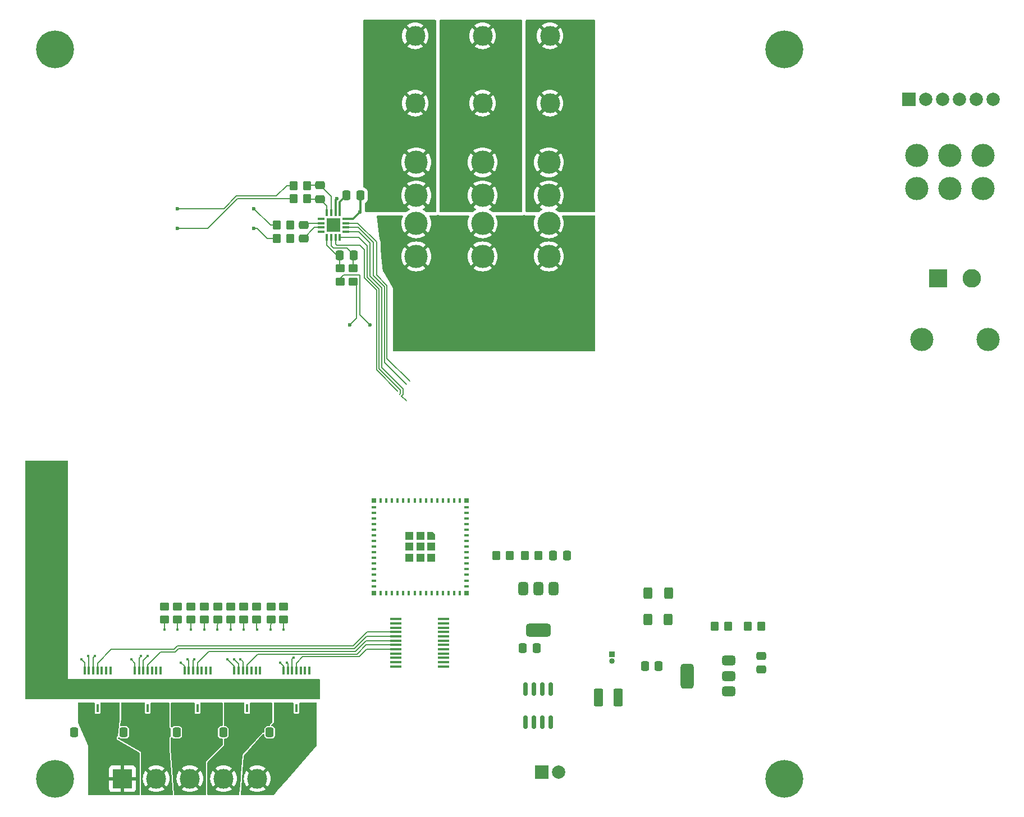
<source format=gbr>
%TF.GenerationSoftware,KiCad,Pcbnew,8.0.7-8.0.7-0~ubuntu22.04.1*%
%TF.CreationDate,2024-12-30T17:04:22+01:00*%
%TF.ProjectId,electronics,656c6563-7472-46f6-9e69-63732e6b6963,rev?*%
%TF.SameCoordinates,Original*%
%TF.FileFunction,Copper,L2,Bot*%
%TF.FilePolarity,Positive*%
%FSLAX46Y46*%
G04 Gerber Fmt 4.6, Leading zero omitted, Abs format (unit mm)*
G04 Created by KiCad (PCBNEW 8.0.7-8.0.7-0~ubuntu22.04.1) date 2024-12-30 17:04:22*
%MOMM*%
%LPD*%
G01*
G04 APERTURE LIST*
G04 Aperture macros list*
%AMRoundRect*
0 Rectangle with rounded corners*
0 $1 Rounding radius*
0 $2 $3 $4 $5 $6 $7 $8 $9 X,Y pos of 4 corners*
0 Add a 4 corners polygon primitive as box body*
4,1,4,$2,$3,$4,$5,$6,$7,$8,$9,$2,$3,0*
0 Add four circle primitives for the rounded corners*
1,1,$1+$1,$2,$3*
1,1,$1+$1,$4,$5*
1,1,$1+$1,$6,$7*
1,1,$1+$1,$8,$9*
0 Add four rect primitives between the rounded corners*
20,1,$1+$1,$2,$3,$4,$5,0*
20,1,$1+$1,$4,$5,$6,$7,0*
20,1,$1+$1,$6,$7,$8,$9,0*
20,1,$1+$1,$8,$9,$2,$3,0*%
%AMOutline5P*
0 Free polygon, 5 corners , with rotation*
0 The origin of the aperture is its center*
0 number of corners: always 5*
0 $1 to $10 corner X, Y*
0 $11 Rotation angle, in degrees counterclockwise*
0 create outline with 5 corners*
4,1,5,$1,$2,$3,$4,$5,$6,$7,$8,$9,$10,$1,$2,$11*%
%AMOutline6P*
0 Free polygon, 6 corners , with rotation*
0 The origin of the aperture is its center*
0 number of corners: always 6*
0 $1 to $12 corner X, Y*
0 $13 Rotation angle, in degrees counterclockwise*
0 create outline with 6 corners*
4,1,6,$1,$2,$3,$4,$5,$6,$7,$8,$9,$10,$11,$12,$1,$2,$13*%
%AMOutline7P*
0 Free polygon, 7 corners , with rotation*
0 The origin of the aperture is its center*
0 number of corners: always 7*
0 $1 to $14 corner X, Y*
0 $15 Rotation angle, in degrees counterclockwise*
0 create outline with 7 corners*
4,1,7,$1,$2,$3,$4,$5,$6,$7,$8,$9,$10,$11,$12,$13,$14,$1,$2,$15*%
%AMOutline8P*
0 Free polygon, 8 corners , with rotation*
0 The origin of the aperture is its center*
0 number of corners: always 8*
0 $1 to $16 corner X, Y*
0 $17 Rotation angle, in degrees counterclockwise*
0 create outline with 8 corners*
4,1,8,$1,$2,$3,$4,$5,$6,$7,$8,$9,$10,$11,$12,$13,$14,$15,$16,$1,$2,$17*%
G04 Aperture macros list end*
%TA.AperFunction,ComponentPad*%
%ADD10C,3.600000*%
%TD*%
%TA.AperFunction,ConnectorPad*%
%ADD11C,5.700000*%
%TD*%
%TA.AperFunction,ComponentPad*%
%ADD12R,2.000000X2.000000*%
%TD*%
%TA.AperFunction,ComponentPad*%
%ADD13C,2.000000*%
%TD*%
%TA.AperFunction,ComponentPad*%
%ADD14C,3.500000*%
%TD*%
%TA.AperFunction,ComponentPad*%
%ADD15R,2.800000X2.800000*%
%TD*%
%TA.AperFunction,ComponentPad*%
%ADD16C,2.800000*%
%TD*%
%TA.AperFunction,ComponentPad*%
%ADD17C,3.000000*%
%TD*%
%TA.AperFunction,ComponentPad*%
%ADD18R,3.000000X3.000000*%
%TD*%
%TA.AperFunction,SMDPad,CuDef*%
%ADD19RoundRect,0.250000X0.400000X0.625000X-0.400000X0.625000X-0.400000X-0.625000X0.400000X-0.625000X0*%
%TD*%
%TA.AperFunction,SMDPad,CuDef*%
%ADD20RoundRect,0.250000X-0.350000X-0.450000X0.350000X-0.450000X0.350000X0.450000X-0.350000X0.450000X0*%
%TD*%
%TA.AperFunction,SMDPad,CuDef*%
%ADD21R,0.800000X0.400000*%
%TD*%
%TA.AperFunction,SMDPad,CuDef*%
%ADD22R,0.400000X0.800000*%
%TD*%
%TA.AperFunction,SMDPad,CuDef*%
%ADD23R,1.200000X1.200000*%
%TD*%
%TA.AperFunction,SMDPad,CuDef*%
%ADD24Outline5P,-0.600000X0.600000X0.600000X0.600000X0.600000X-0.600000X-0.204000X-0.600000X-0.600000X-0.204000X180.000000*%
%TD*%
%TA.AperFunction,SMDPad,CuDef*%
%ADD25R,0.800000X0.800000*%
%TD*%
%TA.AperFunction,SMDPad,CuDef*%
%ADD26RoundRect,0.250000X-0.450000X0.350000X-0.450000X-0.350000X0.450000X-0.350000X0.450000X0.350000X0*%
%TD*%
%TA.AperFunction,SMDPad,CuDef*%
%ADD27RoundRect,0.150000X-0.150000X0.825000X-0.150000X-0.825000X0.150000X-0.825000X0.150000X0.825000X0*%
%TD*%
%TA.AperFunction,SMDPad,CuDef*%
%ADD28RoundRect,0.250000X-0.337500X-0.475000X0.337500X-0.475000X0.337500X0.475000X-0.337500X0.475000X0*%
%TD*%
%TA.AperFunction,SMDPad,CuDef*%
%ADD29RoundRect,0.375000X-0.375000X0.625000X-0.375000X-0.625000X0.375000X-0.625000X0.375000X0.625000X0*%
%TD*%
%TA.AperFunction,SMDPad,CuDef*%
%ADD30RoundRect,0.500000X-1.400000X0.500000X-1.400000X-0.500000X1.400000X-0.500000X1.400000X0.500000X0*%
%TD*%
%TA.AperFunction,ComponentPad*%
%ADD31R,0.850000X0.850000*%
%TD*%
%TA.AperFunction,ComponentPad*%
%ADD32O,0.850000X0.850000*%
%TD*%
%TA.AperFunction,SMDPad,CuDef*%
%ADD33R,1.750000X0.450000*%
%TD*%
%TA.AperFunction,SMDPad,CuDef*%
%ADD34RoundRect,0.250000X0.350000X0.450000X-0.350000X0.450000X-0.350000X-0.450000X0.350000X-0.450000X0*%
%TD*%
%TA.AperFunction,SMDPad,CuDef*%
%ADD35R,0.450000X1.310000*%
%TD*%
%TA.AperFunction,SMDPad,CuDef*%
%ADD36R,4.000000X2.650000*%
%TD*%
%TA.AperFunction,SMDPad,CuDef*%
%ADD37RoundRect,0.250000X0.337500X0.475000X-0.337500X0.475000X-0.337500X-0.475000X0.337500X-0.475000X0*%
%TD*%
%TA.AperFunction,SMDPad,CuDef*%
%ADD38RoundRect,0.375000X0.625000X0.375000X-0.625000X0.375000X-0.625000X-0.375000X0.625000X-0.375000X0*%
%TD*%
%TA.AperFunction,SMDPad,CuDef*%
%ADD39RoundRect,0.500000X0.500000X1.400000X-0.500000X1.400000X-0.500000X-1.400000X0.500000X-1.400000X0*%
%TD*%
%TA.AperFunction,SMDPad,CuDef*%
%ADD40RoundRect,0.250000X-0.475000X0.337500X-0.475000X-0.337500X0.475000X-0.337500X0.475000X0.337500X0*%
%TD*%
%TA.AperFunction,SMDPad,CuDef*%
%ADD41RoundRect,0.250000X0.450000X-0.350000X0.450000X0.350000X-0.450000X0.350000X-0.450000X-0.350000X0*%
%TD*%
%TA.AperFunction,SMDPad,CuDef*%
%ADD42RoundRect,0.250001X0.462499X1.074999X-0.462499X1.074999X-0.462499X-1.074999X0.462499X-1.074999X0*%
%TD*%
%TA.AperFunction,SMDPad,CuDef*%
%ADD43RoundRect,0.087500X-0.087500X0.425000X-0.087500X-0.425000X0.087500X-0.425000X0.087500X0.425000X0*%
%TD*%
%TA.AperFunction,SMDPad,CuDef*%
%ADD44RoundRect,0.087500X-0.425000X0.087500X-0.425000X-0.087500X0.425000X-0.087500X0.425000X0.087500X0*%
%TD*%
%TA.AperFunction,HeatsinkPad*%
%ADD45R,2.100000X2.100000*%
%TD*%
%TA.AperFunction,ViaPad*%
%ADD46C,0.600000*%
%TD*%
%TA.AperFunction,ViaPad*%
%ADD47C,0.400000*%
%TD*%
%TA.AperFunction,ViaPad*%
%ADD48C,0.750000*%
%TD*%
%TA.AperFunction,Conductor*%
%ADD49C,0.350000*%
%TD*%
%TA.AperFunction,Conductor*%
%ADD50C,0.200000*%
%TD*%
G04 APERTURE END LIST*
D10*
%TO.P,MH1,1,1*%
%TO.N,GND*%
X25000000Y-25000000D03*
D11*
X25000000Y-25000000D03*
%TD*%
D10*
%TO.P,MH4,1,1*%
%TO.N,GND*%
X25000000Y-135000000D03*
D11*
X25000000Y-135000000D03*
%TD*%
D12*
%TO.P,J9,1,Pin_1*%
%TO.N,Net-(J11-COM)*%
X153800000Y-32500000D03*
D13*
%TO.P,J9,2,Pin_2*%
%TO.N,Net-(J11-lvl_1)*%
X156340000Y-32500000D03*
%TO.P,J9,3,Pin_3*%
%TO.N,Net-(J11-lvl_2)*%
X158880000Y-32500000D03*
%TO.P,J9,4,Pin_4*%
%TO.N,Net-(J11-lvl_3)*%
X161420000Y-32500000D03*
%TO.P,J9,5,Pin_5*%
%TO.N,Net-(J11-lvl_4)*%
X163960000Y-32500000D03*
%TO.P,J9,6,Pin_6*%
%TO.N,Net-(J11-lvl_5)*%
X166500000Y-32500000D03*
%TD*%
D10*
%TO.P,MH3,1,1*%
%TO.N,GND*%
X135000000Y-135000000D03*
D11*
X135000000Y-135000000D03*
%TD*%
D14*
%TO.P,U12,1,pin_1*%
%TO.N,Net-(J7-Pin_1)*%
X155750000Y-68750000D03*
%TO.P,U12,2,pin_2*%
%TO.N,Net-(J7-Pin_2)*%
X165750000Y-68750000D03*
%TD*%
D15*
%TO.P,J7,1,Pin_1*%
%TO.N,Net-(J7-Pin_1)*%
X158205000Y-59500000D03*
D16*
%TO.P,J7,2,Pin_2*%
%TO.N,Net-(J7-Pin_2)*%
X163285000Y-59500000D03*
%TD*%
D14*
%TO.P,F4,1*%
%TO.N,Net-(F1-Pad1)*%
X99500000Y-56200000D03*
X99500000Y-51200000D03*
%TO.P,F4,2*%
%TO.N,Net-(J4-Pin_1)*%
X99500000Y-47000000D03*
X99500000Y-42000000D03*
%TD*%
%TO.P,J11,1,COM*%
%TO.N,Net-(J11-COM)*%
X155000000Y-41000000D03*
%TO.P,J11,2,lvl_1*%
%TO.N,Net-(J11-lvl_1)*%
X160000000Y-41000000D03*
%TO.P,J11,3,lvl_2*%
%TO.N,Net-(J11-lvl_2)*%
X165000000Y-41000000D03*
%TO.P,J11,4,lvl_3*%
%TO.N,Net-(J11-lvl_3)*%
X155000000Y-46000000D03*
%TO.P,J11,5,lvl_4*%
%TO.N,Net-(J11-lvl_4)*%
X160000000Y-46000000D03*
%TO.P,J11,6,lvl_5*%
%TO.N,Net-(J11-lvl_5)*%
X165000000Y-46000000D03*
%TD*%
D17*
%TO.P,J4,1,Pin_1*%
%TO.N,Net-(J4-Pin_1)*%
X99660000Y-33080000D03*
X99660000Y-22920000D03*
%TO.P,J4,2,Pin_2*%
%TO.N,Net-(J4-Pin_2)*%
X89500000Y-33080000D03*
X89500000Y-22920000D03*
%TO.P,J4,3,Pin_3*%
%TO.N,Net-(J4-Pin_3)*%
X79340000Y-33080000D03*
X79340000Y-22920000D03*
%TD*%
D18*
%TO.P,J3,1,Pin_1*%
%TO.N,Net-(J3-Pin_1)*%
X35185000Y-135000000D03*
D17*
%TO.P,J3,2,Pin_2*%
%TO.N,Net-(J3-Pin_2)*%
X40265000Y-135000000D03*
%TO.P,J3,3,Pin_3*%
%TO.N,Net-(J3-Pin_3)*%
X45345000Y-135000000D03*
%TO.P,J3,4,Pin_4*%
%TO.N,Net-(J3-Pin_4)*%
X50425000Y-135000000D03*
%TO.P,J3,5,Pin_5*%
%TO.N,Net-(J3-Pin_5)*%
X55505000Y-135000000D03*
%TD*%
D12*
%TO.P,J2,1,Pin_1*%
%TO.N,/central_control_unit/CAN_H*%
X98405000Y-133975000D03*
D13*
%TO.P,J2,2,Pin_2*%
%TO.N,/central_control_unit/CAN_L*%
X100945000Y-133975000D03*
%TD*%
D14*
%TO.P,F1,1*%
%TO.N,Net-(F1-Pad1)*%
X89500000Y-56200000D03*
X89500000Y-51200000D03*
%TO.P,F1,2*%
%TO.N,Net-(J4-Pin_2)*%
X89500000Y-47000000D03*
X89500000Y-42000000D03*
%TD*%
%TO.P,F2,1*%
%TO.N,Net-(F1-Pad1)*%
X79500000Y-56200000D03*
X79500000Y-51200000D03*
%TO.P,F2,2*%
%TO.N,Net-(J4-Pin_3)*%
X79500000Y-47000000D03*
X79500000Y-42000000D03*
%TD*%
D10*
%TO.P,MH2,1,1*%
%TO.N,GND*%
X135000000Y-25000000D03*
D11*
X135000000Y-25000000D03*
%TD*%
D19*
%TO.P,R15,1*%
%TO.N,/central_control_unit/SCL*%
X117500000Y-111000000D03*
%TO.P,R15,2*%
%TO.N,+3.3V*%
X114400000Y-111000000D03*
%TD*%
D20*
%TO.P,R12,1*%
%TO.N,/high_power/RSH5_HI*%
X61000000Y-45500000D03*
%TO.P,R12,2*%
%TO.N,Net-(U11-IN+3)*%
X63000000Y-45500000D03*
%TD*%
D21*
%TO.P,U4,1,GND*%
%TO.N,GND*%
X87100000Y-94050000D03*
%TO.P,U4,2,GND*%
X87100000Y-94900000D03*
%TO.P,U4,3,3V3*%
%TO.N,+3.3V*%
X87100000Y-95750000D03*
%TO.P,U4,4,IO0*%
%TO.N,/central_control_unit/strap pin*%
X87100000Y-96600000D03*
%TO.P,U4,5,IO1*%
%TO.N,unconnected-(U4-IO1-Pad5)*%
X87100000Y-97450000D03*
%TO.P,U4,6,IO2*%
%TO.N,unconnected-(U4-IO2-Pad6)*%
X87100000Y-98300000D03*
%TO.P,U4,7,IO3*%
%TO.N,unconnected-(U4-IO3-Pad7)*%
X87100000Y-99150000D03*
%TO.P,U4,8,IO4*%
%TO.N,unconnected-(U4-IO4-Pad8)*%
X87100000Y-100000000D03*
%TO.P,U4,9,IO5*%
%TO.N,unconnected-(U4-IO5-Pad9)*%
X87100000Y-100850000D03*
%TO.P,U4,10,IO6*%
%TO.N,/central_control_unit/SDA*%
X87100000Y-101700000D03*
%TO.P,U4,11,IO7*%
%TO.N,/central_control_unit/SCL*%
X87100000Y-102550000D03*
%TO.P,U4,12,IO8*%
%TO.N,/central_control_unit/CAN_TX*%
X87100000Y-103400000D03*
%TO.P,U4,13,IO9*%
%TO.N,/central_control_unit/CAN_RX*%
X87100000Y-104250000D03*
%TO.P,U4,14,IO10*%
%TO.N,/central_control_unit/CAN_SLEEP*%
X87100000Y-105100000D03*
%TO.P,U4,15,IO11*%
%TO.N,unconnected-(U4-IO11-Pad15)*%
X87100000Y-105950000D03*
D22*
%TO.P,U4,16,IO12*%
%TO.N,/central_control_unit/MUX_ANALOG_COM*%
X86050000Y-107000000D03*
%TO.P,U4,17,IO13*%
%TO.N,/central_control_unit/MUX_S3*%
X85200000Y-107000000D03*
%TO.P,U4,18,IO14*%
%TO.N,/central_control_unit/MUX_S2*%
X84350000Y-107000000D03*
%TO.P,U4,19,IO15*%
%TO.N,/central_control_unit/MUX_S1*%
X83500000Y-107000000D03*
%TO.P,U4,20,IO16*%
%TO.N,/central_control_unit/MUX_S0*%
X82650000Y-107000000D03*
%TO.P,U4,21,IO17*%
%TO.N,/central_control_unit/DAC_1*%
X81800000Y-107000000D03*
%TO.P,U4,22,IO18*%
%TO.N,/central_control_unit/DAC_2*%
X80950000Y-107000000D03*
%TO.P,U4,23,USB_D-*%
%TO.N,unconnected-(U4-USB_D--Pad23)*%
X80100000Y-107000000D03*
%TO.P,U4,24,USB_D+*%
%TO.N,unconnected-(U4-USB_D+-Pad24)*%
X79250000Y-107000000D03*
%TO.P,U4,25,IO21*%
%TO.N,unconnected-(U4-IO21-Pad25)*%
X78400000Y-107000000D03*
%TO.P,U4,26,IO26*%
%TO.N,unconnected-(U4-IO26-Pad26)*%
X77550000Y-107000000D03*
%TO.P,U4,27,IO47*%
%TO.N,/central_control_unit/CH1_DIAG_EN*%
X76700000Y-107000000D03*
%TO.P,U4,28,IO33*%
%TO.N,unconnected-(U4-IO33-Pad28)*%
X75850000Y-107000000D03*
%TO.P,U4,29,IO34*%
%TO.N,unconnected-(U4-IO34-Pad29)*%
X75000000Y-107000000D03*
%TO.P,U4,30,IO48*%
%TO.N,/central_control_unit/CH1_IN*%
X74150000Y-107000000D03*
D21*
%TO.P,U4,31,IO35*%
%TO.N,/central_control_unit/CH5_DAIG_EN*%
X73100000Y-105950000D03*
%TO.P,U4,32,IO36*%
%TO.N,/central_control_unit/CH5_IN*%
X73100000Y-105100000D03*
%TO.P,U4,33,IO37*%
%TO.N,/central_control_unit/CH4_DAIG_EN*%
X73100000Y-104250000D03*
%TO.P,U4,34,IO38*%
%TO.N,/central_control_unit/CH4_IN*%
X73100000Y-103400000D03*
%TO.P,U4,35,IO39*%
%TO.N,/central_control_unit/CH3_DAIG_EN*%
X73100000Y-102550000D03*
%TO.P,U4,36,IO40*%
%TO.N,/central_control_unit/CH3_IN*%
X73100000Y-101700000D03*
%TO.P,U4,37,IO41*%
%TO.N,/central_control_unit/CH2_DAIG_EN*%
X73100000Y-100850000D03*
%TO.P,U4,38,IO42*%
%TO.N,/central_control_unit/CH2_IN*%
X73100000Y-100000000D03*
%TO.P,U4,39,TXD0*%
%TO.N,unconnected-(U4-TXD0-Pad39)*%
X73100000Y-99150000D03*
%TO.P,U4,40,RXD0*%
%TO.N,unconnected-(U4-RXD0-Pad40)*%
X73100000Y-98300000D03*
%TO.P,U4,41,IO45*%
%TO.N,/central_control_unit/strap pin*%
X73100000Y-97450000D03*
%TO.P,U4,42,GND*%
%TO.N,GND*%
X73100000Y-96600000D03*
%TO.P,U4,43,GND*%
X73100000Y-95750000D03*
%TO.P,U4,44,IO46*%
%TO.N,/central_control_unit/strap pin*%
X73100000Y-94900000D03*
%TO.P,U4,45,EN*%
%TO.N,unconnected-(U4-EN-Pad45)*%
X73100000Y-94050000D03*
D22*
%TO.P,U4,46,GND*%
%TO.N,GND*%
X74150000Y-93000000D03*
%TO.P,U4,47,GND*%
X75000000Y-93000000D03*
%TO.P,U4,48,GND*%
X75850000Y-93000000D03*
%TO.P,U4,49,GND*%
X76700000Y-93000000D03*
%TO.P,U4,50,GND*%
X77550000Y-93000000D03*
%TO.P,U4,51,GND*%
X78400000Y-93000000D03*
%TO.P,U4,52,GND*%
X79250000Y-93000000D03*
%TO.P,U4,53,GND*%
X80100000Y-93000000D03*
%TO.P,U4,54,GND*%
X80950000Y-93000000D03*
%TO.P,U4,55,GND*%
X81800000Y-93000000D03*
%TO.P,U4,56,GND*%
X82650000Y-93000000D03*
%TO.P,U4,57,GND*%
X83500000Y-93000000D03*
%TO.P,U4,58,GND*%
X84350000Y-93000000D03*
%TO.P,U4,59,GND*%
X85200000Y-93000000D03*
%TO.P,U4,60,GND*%
X86050000Y-93000000D03*
D23*
%TO.P,U4,61,GND*%
X81750000Y-101650000D03*
X81750000Y-100000000D03*
D24*
X81750000Y-98350000D03*
D23*
X80100000Y-101650000D03*
X80100000Y-100000000D03*
X80100000Y-98350000D03*
X78450000Y-101650000D03*
X78450000Y-100000000D03*
X78450000Y-98350000D03*
D25*
%TO.P,U4,62,GND*%
X87100000Y-93000000D03*
%TO.P,U4,63,GND*%
X87100000Y-107000000D03*
%TO.P,U4,64,GND*%
X73100000Y-107000000D03*
%TO.P,U4,65,GND*%
X73100000Y-93000000D03*
%TD*%
D20*
%TO.P,R10,1*%
%TO.N,/high_power/RSH8_HI*%
X58500000Y-51500000D03*
%TO.P,R10,2*%
%TO.N,Net-(U11-IN+2)*%
X60500000Y-51500000D03*
%TD*%
D26*
%TO.P,R_DEN4,1*%
%TO.N,/central_control_unit/CH4_DAIG_EN*%
X55425000Y-109000000D03*
%TO.P,R_DEN4,2*%
%TO.N,Net-(U9-DEN)*%
X55425000Y-111000000D03*
%TD*%
D27*
%TO.P,U3,1,TXD*%
%TO.N,/central_control_unit/CAN_TX*%
X96000000Y-121500000D03*
%TO.P,U3,2,GND*%
%TO.N,GND*%
X97270000Y-121500000D03*
%TO.P,U3,3,VCC*%
%TO.N,+5V*%
X98540000Y-121500000D03*
%TO.P,U3,4,RXD*%
%TO.N,/central_control_unit/CAN_RX*%
X99810000Y-121500000D03*
%TO.P,U3,5,VIO*%
%TO.N,Net-(U3-VIO)*%
X99810000Y-126450000D03*
%TO.P,U3,6,CANL*%
%TO.N,/central_control_unit/CAN_L*%
X98540000Y-126450000D03*
%TO.P,U3,7,CANH*%
%TO.N,/central_control_unit/CAN_H*%
X97270000Y-126450000D03*
%TO.P,U3,8,S*%
%TO.N,/central_control_unit/CAN_SLEEP*%
X96000000Y-126450000D03*
%TD*%
D28*
%TO.P,C4,1*%
%TO.N,GND*%
X95567500Y-115325000D03*
%TO.P,C4,2*%
%TO.N,+5V*%
X97642500Y-115325000D03*
%TD*%
D29*
%TO.P,U2,1,ADJ*%
%TO.N,Net-(U2-ADJ)*%
X95605000Y-106325000D03*
%TO.P,U2,2,VO*%
%TO.N,+5V*%
X97905000Y-106325000D03*
D30*
X97905000Y-112625000D03*
D29*
%TO.P,U2,3,VI*%
%TO.N,/central_control_unit/12V_MCU*%
X100205000Y-106325000D03*
%TD*%
D31*
%TO.P,J1,1,Pin_1*%
%TO.N,/central_control_unit/HP_GND*%
X109004000Y-116265000D03*
D32*
%TO.P,J1,2,Pin_2*%
%TO.N,GND*%
X109004000Y-117265000D03*
%TD*%
D26*
%TO.P,R_DEN3,1*%
%TO.N,/central_control_unit/CH3_DAIG_EN*%
X51500000Y-109000000D03*
%TO.P,R_DEN3,2*%
%TO.N,Net-(U8-DEN)*%
X51500000Y-111000000D03*
%TD*%
D33*
%TO.P,U5,1,COM*%
%TO.N,/central_control_unit/MUX_ANALOG_COM*%
X76400000Y-118075000D03*
%TO.P,U5,2,I7*%
%TO.N,unconnected-(U5-I7-Pad2)*%
X76400000Y-117425000D03*
%TO.P,U5,3,I6*%
%TO.N,unconnected-(U5-I6-Pad3)*%
X76400000Y-116775000D03*
%TO.P,U5,4,I5*%
%TO.N,unconnected-(U5-I5-Pad4)*%
X76400000Y-116125000D03*
%TO.P,U5,5,I4*%
%TO.N,/central_control_unit/CH5_DIAG*%
X76400000Y-115475000D03*
%TO.P,U5,6,I3*%
%TO.N,/central_control_unit/CH4_DIAG*%
X76400000Y-114825000D03*
%TO.P,U5,7,I2*%
%TO.N,/central_control_unit/CH3_DIAG*%
X76400000Y-114175000D03*
%TO.P,U5,8,I1*%
%TO.N,/central_control_unit/CH2_DIAG*%
X76400000Y-113525000D03*
%TO.P,U5,9,I0*%
%TO.N,/central_control_unit/CH1_DIAG*%
X76400000Y-112875000D03*
%TO.P,U5,10,S0*%
%TO.N,/central_control_unit/MUX_S0*%
X76400000Y-112225000D03*
%TO.P,U5,11,S1*%
%TO.N,/central_control_unit/MUX_S1*%
X76400000Y-111575000D03*
%TO.P,U5,12,GND*%
%TO.N,GND*%
X76400000Y-110925000D03*
%TO.P,U5,13,S3*%
%TO.N,/central_control_unit/MUX_S3*%
X83600000Y-110925000D03*
%TO.P,U5,14,S2*%
%TO.N,/central_control_unit/MUX_S2*%
X83600000Y-111575000D03*
%TO.P,U5,15,~{E}*%
%TO.N,GND*%
X83600000Y-112225000D03*
%TO.P,U5,16,I15*%
%TO.N,unconnected-(U5-I15-Pad16)*%
X83600000Y-112875000D03*
%TO.P,U5,17,I14*%
%TO.N,unconnected-(U5-I14-Pad17)*%
X83600000Y-113525000D03*
%TO.P,U5,18,I13*%
%TO.N,unconnected-(U5-I13-Pad18)*%
X83600000Y-114175000D03*
%TO.P,U5,19,I12*%
%TO.N,unconnected-(U5-I12-Pad19)*%
X83600000Y-114825000D03*
%TO.P,U5,20,I11*%
%TO.N,unconnected-(U5-I11-Pad20)*%
X83600000Y-115475000D03*
%TO.P,U5,21,I10*%
%TO.N,unconnected-(U5-I10-Pad21)*%
X83600000Y-116125000D03*
%TO.P,U5,22,I9*%
%TO.N,unconnected-(U5-I9-Pad22)*%
X83600000Y-116775000D03*
%TO.P,U5,23,I8*%
%TO.N,unconnected-(U5-I8-Pad23)*%
X83600000Y-117425000D03*
%TO.P,U5,24,VCC*%
%TO.N,+3.3V*%
X83600000Y-118075000D03*
%TD*%
D26*
%TO.P,R_IN1,1*%
%TO.N,/central_control_unit/CH1_IN*%
X41500000Y-109000000D03*
%TO.P,R_IN1,2*%
%TO.N,Net-(U6-IN)*%
X41500000Y-111000000D03*
%TD*%
D34*
%TO.P,R3,1*%
%TO.N,+5V*%
X97905000Y-101325000D03*
%TO.P,R3,2*%
%TO.N,Net-(U2-ADJ)*%
X95905000Y-101325000D03*
%TD*%
D26*
%TO.P,R_DEN5,1*%
%TO.N,/central_control_unit/CH5_DAIG_EN*%
X59500000Y-109000000D03*
%TO.P,R_DEN5,2*%
%TO.N,Net-(U10-DEN)*%
X59500000Y-111000000D03*
%TD*%
D35*
%TO.P,U8,1,GND*%
%TO.N,/central_control_unit/HP_GND*%
X44550000Y-118650000D03*
%TO.P,U8,2,IN*%
%TO.N,Net-(U8-IN)*%
X45200000Y-118650000D03*
%TO.P,U8,3,DEN*%
%TO.N,Net-(U8-DEN)*%
X45850000Y-118650000D03*
%TO.P,U8,4,IS*%
%TO.N,/central_control_unit/CH3_DIAG*%
X46500000Y-118655000D03*
%TO.P,U8,5,NC*%
%TO.N,unconnected-(U8-NC-Pad5)*%
X47150000Y-118650000D03*
%TO.P,U8,6,NC*%
%TO.N,unconnected-(U8-NC-Pad6)*%
X47800000Y-118650000D03*
%TO.P,U8,7,NC*%
%TO.N,unconnected-(U8-NC-Pad7)*%
X48450000Y-118650000D03*
%TO.P,U8,8,OUT*%
%TO.N,Net-(J3-Pin_3)*%
X48450000Y-124350000D03*
%TO.P,U8,9,OUT*%
X47800000Y-124350000D03*
%TO.P,U8,10,OUT*%
X47150000Y-124350000D03*
%TO.P,U8,11,NC*%
%TO.N,unconnected-(U8-NC-Pad11)*%
X46500000Y-124350000D03*
%TO.P,U8,12,OUT*%
%TO.N,Net-(J3-Pin_3)*%
X45850000Y-124350000D03*
%TO.P,U8,13,OUT*%
X45200000Y-124350000D03*
%TO.P,U8,14,OUT*%
X44550000Y-124350000D03*
D36*
%TO.P,U8,15,VS*%
%TO.N,/central_control_unit/V_Bat*%
X46500000Y-121500000D03*
%TD*%
D37*
%TO.P,C_GND1,1*%
%TO.N,Net-(J3-Pin_1)*%
X29962500Y-128000000D03*
%TO.P,C_GND1,2*%
%TO.N,/central_control_unit/HP_GND*%
X27887500Y-128000000D03*
%TD*%
D20*
%TO.P,R13,1*%
%TO.N,/high_power/RSH5_LO*%
X61000000Y-47500000D03*
%TO.P,R13,2*%
%TO.N,Net-(U11-IN-3)*%
X63000000Y-47500000D03*
%TD*%
D34*
%TO.P,R2,1*%
%TO.N,Net-(U1-ADJ)*%
X126500000Y-112000000D03*
%TO.P,R2,2*%
%TO.N,GND*%
X124500000Y-112000000D03*
%TD*%
D26*
%TO.P,R_IN3,1*%
%TO.N,/central_control_unit/CH3_IN*%
X49575000Y-109000000D03*
%TO.P,R_IN3,2*%
%TO.N,Net-(U8-IN)*%
X49575000Y-111000000D03*
%TD*%
D38*
%TO.P,U1,1,ADJ*%
%TO.N,Net-(U1-ADJ)*%
X126650000Y-117200000D03*
%TO.P,U1,2,VO*%
%TO.N,+3.3V*%
X126650000Y-119500000D03*
D39*
X120350000Y-119500000D03*
D38*
%TO.P,U1,3,VI*%
%TO.N,/central_control_unit/12V_MCU*%
X126650000Y-121800000D03*
%TD*%
D35*
%TO.P,U9,1,GND*%
%TO.N,/central_control_unit/HP_GND*%
X52050000Y-118650000D03*
%TO.P,U9,2,IN*%
%TO.N,Net-(U9-IN)*%
X52700000Y-118650000D03*
%TO.P,U9,3,DEN*%
%TO.N,Net-(U9-DEN)*%
X53350000Y-118650000D03*
%TO.P,U9,4,IS*%
%TO.N,/central_control_unit/CH4_DIAG*%
X54000000Y-118655000D03*
%TO.P,U9,5,NC*%
%TO.N,unconnected-(U9-NC-Pad5)*%
X54650000Y-118650000D03*
%TO.P,U9,6,NC*%
%TO.N,unconnected-(U9-NC-Pad6)*%
X55300000Y-118650000D03*
%TO.P,U9,7,NC*%
%TO.N,unconnected-(U9-NC-Pad7)*%
X55950000Y-118650000D03*
%TO.P,U9,8,OUT*%
%TO.N,Net-(J3-Pin_4)*%
X55950000Y-124350000D03*
%TO.P,U9,9,OUT*%
X55300000Y-124350000D03*
%TO.P,U9,10,OUT*%
X54650000Y-124350000D03*
%TO.P,U9,11,NC*%
%TO.N,unconnected-(U9-NC-Pad11)*%
X54000000Y-124350000D03*
%TO.P,U9,12,OUT*%
%TO.N,Net-(J3-Pin_4)*%
X53350000Y-124350000D03*
%TO.P,U9,13,OUT*%
X52700000Y-124350000D03*
%TO.P,U9,14,OUT*%
X52050000Y-124350000D03*
D36*
%TO.P,U9,15,VS*%
%TO.N,/central_control_unit/V_Bat*%
X54000000Y-121500000D03*
%TD*%
D20*
%TO.P,R11,1*%
%TO.N,/high_power/RSH8_LO*%
X58500000Y-53500000D03*
%TO.P,R11,2*%
%TO.N,Net-(U11-IN-2)*%
X60500000Y-53500000D03*
%TD*%
D40*
%TO.P,C6,1*%
%TO.N,Net-(U11-IN+2)*%
X62500000Y-51462500D03*
%TO.P,C6,2*%
%TO.N,Net-(U11-IN-2)*%
X62500000Y-53537500D03*
%TD*%
D28*
%TO.P,C1,1*%
%TO.N,/central_control_unit/12V_MCU*%
X100130000Y-101325000D03*
%TO.P,C1,2*%
%TO.N,GND*%
X102205000Y-101325000D03*
%TD*%
%TO.P,C7,1*%
%TO.N,Net-(U11-IN+1)*%
X67962500Y-56000000D03*
%TO.P,C7,2*%
%TO.N,Net-(U11-IN-1)*%
X70037500Y-56000000D03*
%TD*%
D26*
%TO.P,R_DEN1,1*%
%TO.N,/central_control_unit/CH1_DIAG_EN*%
X43500000Y-109000000D03*
%TO.P,R_DEN1,2*%
%TO.N,Net-(U6-DEN)*%
X43500000Y-111000000D03*
%TD*%
D37*
%TO.P,C_GND5,1*%
%TO.N,Net-(J3-Pin_5)*%
X59462500Y-128000000D03*
%TO.P,C_GND5,2*%
%TO.N,/central_control_unit/HP_GND*%
X57387500Y-128000000D03*
%TD*%
D35*
%TO.P,U10,1,GND*%
%TO.N,/central_control_unit/HP_GND*%
X59475000Y-118650000D03*
%TO.P,U10,2,IN*%
%TO.N,Net-(U10-IN)*%
X60125000Y-118650000D03*
%TO.P,U10,3,DEN*%
%TO.N,Net-(U10-DEN)*%
X60775000Y-118650000D03*
%TO.P,U10,4,IS*%
%TO.N,/central_control_unit/CH5_DIAG*%
X61425000Y-118655000D03*
%TO.P,U10,5,NC*%
%TO.N,unconnected-(U10-NC-Pad5)*%
X62075000Y-118650000D03*
%TO.P,U10,6,NC*%
%TO.N,unconnected-(U10-NC-Pad6)*%
X62725000Y-118650000D03*
%TO.P,U10,7,NC*%
%TO.N,unconnected-(U10-NC-Pad7)*%
X63375000Y-118650000D03*
%TO.P,U10,8,OUT*%
%TO.N,Net-(J3-Pin_5)*%
X63375000Y-124350000D03*
%TO.P,U10,9,OUT*%
X62725000Y-124350000D03*
%TO.P,U10,10,OUT*%
X62075000Y-124350000D03*
%TO.P,U10,11,NC*%
%TO.N,unconnected-(U10-NC-Pad11)*%
X61425000Y-124350000D03*
%TO.P,U10,12,OUT*%
%TO.N,Net-(J3-Pin_5)*%
X60775000Y-124350000D03*
%TO.P,U10,13,OUT*%
X60125000Y-124350000D03*
%TO.P,U10,14,OUT*%
X59475000Y-124350000D03*
D36*
%TO.P,U10,15,VS*%
%TO.N,/central_control_unit/V_Bat*%
X61425000Y-121500000D03*
%TD*%
D37*
%TO.P,C_GND2,1*%
%TO.N,Net-(J3-Pin_2)*%
X37462500Y-128000000D03*
%TO.P,C_GND2,2*%
%TO.N,/central_control_unit/HP_GND*%
X35387500Y-128000000D03*
%TD*%
%TO.P,C_GND4,1*%
%TO.N,Net-(J3-Pin_4)*%
X52462500Y-128000000D03*
%TO.P,C_GND4,2*%
%TO.N,/central_control_unit/HP_GND*%
X50387500Y-128000000D03*
%TD*%
D40*
%TO.P,C2,1*%
%TO.N,GND*%
X131500000Y-116462500D03*
%TO.P,C2,2*%
%TO.N,/central_control_unit/12V_MCU*%
X131500000Y-118537500D03*
%TD*%
D26*
%TO.P,R_IN2,1*%
%TO.N,/central_control_unit/CH2_IN*%
X45500000Y-109000000D03*
%TO.P,R_IN2,2*%
%TO.N,Net-(U7-IN)*%
X45500000Y-111000000D03*
%TD*%
D37*
%TO.P,C8,1*%
%TO.N,GND*%
X71075000Y-47000000D03*
%TO.P,C8,2*%
%TO.N,+3.3V*%
X69000000Y-47000000D03*
%TD*%
D41*
%TO.P,R7,1*%
%TO.N,/high_power/RSH6_HI*%
X68000000Y-60000000D03*
%TO.P,R7,2*%
%TO.N,Net-(U11-IN+1)*%
X68000000Y-58000000D03*
%TD*%
D26*
%TO.P,R_IN5,1*%
%TO.N,/central_control_unit/CH5_IN*%
X57575000Y-109000000D03*
%TO.P,R_IN5,2*%
%TO.N,Net-(U10-IN)*%
X57575000Y-111000000D03*
%TD*%
D19*
%TO.P,R14,1*%
%TO.N,/central_control_unit/SDA*%
X117550000Y-107000000D03*
%TO.P,R14,2*%
%TO.N,+3.3V*%
X114450000Y-107000000D03*
%TD*%
D34*
%TO.P,R1,1*%
%TO.N,+3.3V*%
X131500000Y-112000000D03*
%TO.P,R1,2*%
%TO.N,Net-(U1-ADJ)*%
X129500000Y-112000000D03*
%TD*%
D37*
%TO.P,C_GND3,1*%
%TO.N,Net-(J3-Pin_3)*%
X45462500Y-128000000D03*
%TO.P,C_GND3,2*%
%TO.N,/central_control_unit/HP_GND*%
X43387500Y-128000000D03*
%TD*%
D26*
%TO.P,R_IN4,1*%
%TO.N,/central_control_unit/CH4_IN*%
X53500000Y-109000000D03*
%TO.P,R_IN4,2*%
%TO.N,Net-(U9-IN)*%
X53500000Y-111000000D03*
%TD*%
D35*
%TO.P,U7,1,GND*%
%TO.N,/central_control_unit/HP_GND*%
X37050000Y-118650000D03*
%TO.P,U7,2,IN*%
%TO.N,Net-(U7-IN)*%
X37700000Y-118650000D03*
%TO.P,U7,3,DEN*%
%TO.N,Net-(U7-DEN)*%
X38350000Y-118650000D03*
%TO.P,U7,4,IS*%
%TO.N,/central_control_unit/CH2_DIAG*%
X39000000Y-118655000D03*
%TO.P,U7,5,NC*%
%TO.N,unconnected-(U7-NC-Pad5)*%
X39650000Y-118650000D03*
%TO.P,U7,6,NC*%
%TO.N,unconnected-(U7-NC-Pad6)*%
X40300000Y-118650000D03*
%TO.P,U7,7,NC*%
%TO.N,unconnected-(U7-NC-Pad7)*%
X40950000Y-118650000D03*
%TO.P,U7,8,OUT*%
%TO.N,Net-(J3-Pin_2)*%
X40950000Y-124350000D03*
%TO.P,U7,9,OUT*%
X40300000Y-124350000D03*
%TO.P,U7,10,OUT*%
X39650000Y-124350000D03*
%TO.P,U7,11,NC*%
%TO.N,unconnected-(U7-NC-Pad11)*%
X39000000Y-124350000D03*
%TO.P,U7,12,OUT*%
%TO.N,Net-(J3-Pin_2)*%
X38350000Y-124350000D03*
%TO.P,U7,13,OUT*%
X37700000Y-124350000D03*
%TO.P,U7,14,OUT*%
X37050000Y-124350000D03*
D36*
%TO.P,U7,15,VS*%
%TO.N,/central_control_unit/V_Bat*%
X39000000Y-121500000D03*
%TD*%
D35*
%TO.P,U6,1,GND*%
%TO.N,/central_control_unit/HP_GND*%
X29475000Y-118650000D03*
%TO.P,U6,2,IN*%
%TO.N,Net-(U6-IN)*%
X30125000Y-118650000D03*
%TO.P,U6,3,DEN*%
%TO.N,Net-(U6-DEN)*%
X30775000Y-118650000D03*
%TO.P,U6,4,IS*%
%TO.N,/central_control_unit/CH1_DIAG*%
X31425000Y-118655000D03*
%TO.P,U6,5,NC*%
%TO.N,unconnected-(U6-NC-Pad5)*%
X32075000Y-118650000D03*
%TO.P,U6,6,NC*%
%TO.N,unconnected-(U6-NC-Pad6)*%
X32725000Y-118650000D03*
%TO.P,U6,7,NC*%
%TO.N,unconnected-(U6-NC-Pad7)*%
X33375000Y-118650000D03*
%TO.P,U6,8,OUT*%
%TO.N,Net-(J3-Pin_1)*%
X33375000Y-124350000D03*
%TO.P,U6,9,OUT*%
X32725000Y-124350000D03*
%TO.P,U6,10,OUT*%
X32075000Y-124350000D03*
%TO.P,U6,11,NC*%
%TO.N,unconnected-(U6-NC-Pad11)*%
X31425000Y-124350000D03*
%TO.P,U6,12,OUT*%
%TO.N,Net-(J3-Pin_1)*%
X30775000Y-124350000D03*
%TO.P,U6,13,OUT*%
X30125000Y-124350000D03*
%TO.P,U6,14,OUT*%
X29475000Y-124350000D03*
D36*
%TO.P,U6,15,VS*%
%TO.N,/central_control_unit/V_Bat*%
X31425000Y-121500000D03*
%TD*%
D42*
%TO.P,D1,1,K*%
%TO.N,/central_control_unit/12V_MCU*%
X109979000Y-122765000D03*
%TO.P,D1,2,A*%
%TO.N,/central_control_unit/V_Bat*%
X107004000Y-122765000D03*
%TD*%
D41*
%TO.P,R9,1*%
%TO.N,/high_power/RSH6_LO*%
X70000000Y-60000000D03*
%TO.P,R9,2*%
%TO.N,Net-(U11-IN-1)*%
X70000000Y-58000000D03*
%TD*%
D34*
%TO.P,R4,1*%
%TO.N,Net-(U2-ADJ)*%
X93605000Y-101325000D03*
%TO.P,R4,2*%
%TO.N,Net-(R4-Pad2)*%
X91605000Y-101325000D03*
%TD*%
D40*
%TO.P,C5,1*%
%TO.N,Net-(U11-IN+3)*%
X65000000Y-45462500D03*
%TO.P,C5,2*%
%TO.N,Net-(U11-IN-3)*%
X65000000Y-47537500D03*
%TD*%
D28*
%TO.P,C3,1*%
%TO.N,Net-(C3-Pad1)*%
X113962500Y-118000000D03*
%TO.P,C3,2*%
%TO.N,+3.3V*%
X116037500Y-118000000D03*
%TD*%
D43*
%TO.P,U11,1,IN-3*%
%TO.N,Net-(U11-IN-3)*%
X66025000Y-49637500D03*
%TO.P,U11,2,IN+3*%
%TO.N,Net-(U11-IN+3)*%
X66675000Y-49637500D03*
%TO.P,U11,3,GND*%
%TO.N,GND*%
X67325000Y-49637500D03*
%TO.P,U11,4,VS*%
%TO.N,+3.3V*%
X67975000Y-49637500D03*
D44*
%TO.P,U11,5,A0*%
%TO.N,GND*%
X68862500Y-50525000D03*
%TO.P,U11,6,SCL*%
%TO.N,/central_control_unit/SCL*%
X68862500Y-51175000D03*
%TO.P,U11,7,SDA*%
%TO.N,/central_control_unit/SDA*%
X68862500Y-51825000D03*
%TO.P,U11,8,WARNING*%
%TO.N,unconnected-(U11-WARNING-Pad8)*%
X68862500Y-52475000D03*
D43*
%TO.P,U11,9,CRITICAL*%
%TO.N,unconnected-(U11-CRITICAL-Pad9)*%
X67975000Y-53362500D03*
%TO.P,U11,10,PV*%
%TO.N,unconnected-(U11-PV-Pad10)*%
X67325000Y-53362500D03*
%TO.P,U11,11,IN-1*%
%TO.N,Net-(U11-IN-1)*%
X66675000Y-53362500D03*
%TO.P,U11,12,IN+1*%
%TO.N,Net-(U11-IN+1)*%
X66025000Y-53362500D03*
D44*
%TO.P,U11,13,TC*%
%TO.N,unconnected-(U11-TC-Pad13)*%
X65137500Y-52475000D03*
%TO.P,U11,14,IN-2*%
%TO.N,Net-(U11-IN-2)*%
X65137500Y-51825000D03*
%TO.P,U11,15,IN+2*%
%TO.N,Net-(U11-IN+2)*%
X65137500Y-51175000D03*
%TO.P,U11,16,VPU*%
%TO.N,unconnected-(U11-VPU-Pad16)*%
X65137500Y-50525000D03*
D45*
%TO.P,U11,17,EP*%
%TO.N,unconnected-(U11-EP-Pad17)*%
X67000000Y-51500000D03*
%TD*%
D26*
%TO.P,R_DEN2,1*%
%TO.N,/central_control_unit/CH2_DAIG_EN*%
X47500000Y-109000000D03*
%TO.P,R_DEN2,2*%
%TO.N,Net-(U7-DEN)*%
X47500000Y-111000000D03*
%TD*%
D46*
%TO.N,GND*%
X67500000Y-47500000D03*
X71000000Y-49500000D03*
D47*
%TO.N,Net-(U6-DEN)*%
X43500000Y-112500000D03*
X31000000Y-116500000D03*
%TO.N,Net-(U7-DEN)*%
X39000000Y-116500000D03*
X47500000Y-112500000D03*
%TO.N,Net-(U8-DEN)*%
X51500000Y-112500000D03*
X46000000Y-117000000D03*
%TO.N,Net-(U9-DEN)*%
X53000000Y-117000000D03*
X55500000Y-112500000D03*
%TO.N,Net-(U10-DEN)*%
X61000000Y-116700000D03*
X59500000Y-112500000D03*
%TO.N,Net-(U6-IN)*%
X30000000Y-116500000D03*
X41500000Y-112500000D03*
%TO.N,Net-(U7-IN)*%
X45500000Y-112500000D03*
X38000000Y-116500000D03*
%TO.N,/central_control_unit/HP_GND*%
X29000000Y-117000000D03*
X44000000Y-117500000D03*
X51000000Y-117000000D03*
X59000000Y-117500000D03*
X36500000Y-117000000D03*
%TO.N,Net-(U8-IN)*%
X45000000Y-117000000D03*
X49500000Y-112500000D03*
%TO.N,Net-(U9-IN)*%
X52000000Y-117000000D03*
X53500000Y-112500000D03*
%TO.N,Net-(U10-IN)*%
X57500000Y-112500000D03*
X60000000Y-117500000D03*
D46*
%TO.N,/high_power/RSH5_HI*%
X43500000Y-49000000D03*
%TO.N,/high_power/RSH5_LO*%
X43500000Y-52000000D03*
%TO.N,/high_power/RSH6_HI*%
X72500000Y-66500000D03*
%TO.N,/high_power/RSH6_LO*%
X69500000Y-66500000D03*
%TO.N,/high_power/RSH8_LO*%
X55000000Y-52000000D03*
%TO.N,/high_power/RSH8_HI*%
X55000000Y-49000000D03*
D48*
%TO.N,/central_control_unit/V_Bat*%
X50500000Y-120500000D03*
X23000000Y-121500000D03*
X24000000Y-120500000D03*
X21000000Y-120500000D03*
X22000000Y-121500000D03*
X43000000Y-121500000D03*
X24000000Y-121500000D03*
X28000000Y-121500000D03*
X22000000Y-120500000D03*
X43000000Y-120500000D03*
X28000000Y-120500000D03*
X25000000Y-121500000D03*
X21000000Y-122500000D03*
X58000000Y-121500000D03*
X50500000Y-122500000D03*
X25000000Y-122500000D03*
X23000000Y-120500000D03*
X26000000Y-122500000D03*
X50500000Y-121500000D03*
X26000000Y-120500000D03*
X26000000Y-121500000D03*
X22000000Y-122500000D03*
X35500000Y-122500000D03*
X43000000Y-122500000D03*
X23000000Y-122500000D03*
X35500000Y-121500000D03*
X58000000Y-120500000D03*
X25000000Y-120500000D03*
X35500000Y-120500000D03*
X58000000Y-122500000D03*
X24000000Y-122500000D03*
X28000000Y-122500000D03*
X21000000Y-121500000D03*
%TD*%
D49*
%TO.N,GND*%
X71075000Y-49425000D02*
X71075000Y-47000000D01*
X67500000Y-47500000D02*
X67325000Y-47675000D01*
X71000000Y-49500000D02*
X71075000Y-49425000D01*
X68862500Y-50525000D02*
X69975000Y-50525000D01*
X67325000Y-47675000D02*
X67325000Y-49637500D01*
X69975000Y-50525000D02*
X71000000Y-49500000D01*
%TO.N,+3.3V*%
X67975000Y-48025000D02*
X69000000Y-47000000D01*
X67975000Y-49637500D02*
X67975000Y-48025000D01*
D50*
%TO.N,Net-(U6-DEN)*%
X30775000Y-116725000D02*
X30775000Y-118650000D01*
X43500000Y-111000000D02*
X43500000Y-112500000D01*
X31000000Y-116500000D02*
X30775000Y-116725000D01*
%TO.N,Net-(U7-DEN)*%
X38350000Y-118650000D02*
X38350000Y-117150000D01*
X47500000Y-111000000D02*
X47500000Y-112500000D01*
X38350000Y-117150000D02*
X39000000Y-116500000D01*
%TO.N,Net-(U11-IN+3)*%
X65000000Y-45462500D02*
X66675000Y-47137500D01*
X66675000Y-47175000D02*
X66675000Y-49637500D01*
X65000000Y-45462500D02*
X63037500Y-45462500D01*
X63037500Y-45462500D02*
X63000000Y-45500000D01*
X66675000Y-47137500D02*
X66675000Y-47175000D01*
%TO.N,Net-(U8-DEN)*%
X45850000Y-117150000D02*
X46000000Y-117000000D01*
X51500000Y-111000000D02*
X51500000Y-112500000D01*
X45850000Y-118650000D02*
X45850000Y-117150000D01*
%TO.N,Net-(U11-IN-3)*%
X63037500Y-47537500D02*
X63000000Y-47500000D01*
X65000000Y-47537500D02*
X63037500Y-47537500D01*
X66025000Y-48562500D02*
X65000000Y-47537500D01*
X66025000Y-49637500D02*
X66025000Y-48562500D01*
%TO.N,Net-(U11-IN+2)*%
X62500000Y-51462500D02*
X62787500Y-51175000D01*
X62787500Y-51175000D02*
X65137500Y-51175000D01*
%TO.N,Net-(U9-DEN)*%
X55500000Y-112500000D02*
X55425000Y-112425000D01*
X53350000Y-117350000D02*
X53000000Y-117000000D01*
X55425000Y-112425000D02*
X55425000Y-111000000D01*
X53350000Y-118650000D02*
X53350000Y-117350000D01*
%TO.N,Net-(U10-DEN)*%
X59500000Y-111000000D02*
X59500000Y-112500000D01*
X60775000Y-116925000D02*
X60775000Y-118650000D01*
X61000000Y-116700000D02*
X60775000Y-116925000D01*
%TO.N,Net-(U11-IN-2)*%
X62500000Y-53500000D02*
X62500000Y-53537500D01*
X65137500Y-51825000D02*
X64175000Y-51825000D01*
X64175000Y-51825000D02*
X62500000Y-53500000D01*
%TO.N,Net-(U11-IN-1)*%
X70000000Y-56037500D02*
X70037500Y-56000000D01*
X66675000Y-54609314D02*
X67040686Y-54975000D01*
X66675000Y-53362500D02*
X66675000Y-54609314D01*
X67040686Y-54975000D02*
X69012500Y-54975000D01*
X70000000Y-58000000D02*
X70000000Y-56037500D01*
X69012500Y-54975000D02*
X70037500Y-56000000D01*
%TO.N,Net-(U6-IN)*%
X41500000Y-111000000D02*
X41500000Y-112500000D01*
X30125000Y-116625000D02*
X30000000Y-116500000D01*
X30125000Y-118650000D02*
X30125000Y-116625000D01*
%TO.N,Net-(U7-IN)*%
X37700000Y-118650000D02*
X37700000Y-116800000D01*
X37700000Y-116800000D02*
X38000000Y-116500000D01*
X45500000Y-111000000D02*
X45500000Y-112500000D01*
%TO.N,Net-(U11-IN+1)*%
X67500000Y-56000000D02*
X66025000Y-54525000D01*
X67962500Y-56000000D02*
X67962500Y-57962500D01*
X67962500Y-57962500D02*
X68000000Y-58000000D01*
X67962500Y-56000000D02*
X67500000Y-56000000D01*
X66025000Y-54525000D02*
X66025000Y-53362500D01*
%TO.N,/central_control_unit/HP_GND*%
X59475000Y-118650000D02*
X59475000Y-117975000D01*
X44550000Y-118650000D02*
X44550000Y-118050000D01*
X44550000Y-118050000D02*
X44000000Y-117500000D01*
X37050000Y-118650000D02*
X37050000Y-117550000D01*
X52050000Y-118050000D02*
X51000000Y-117000000D01*
X29475000Y-118650000D02*
X29475000Y-117475000D01*
X59475000Y-117975000D02*
X59000000Y-117500000D01*
X52050000Y-118650000D02*
X52050000Y-118050000D01*
X29475000Y-117475000D02*
X29000000Y-117000000D01*
X37050000Y-117550000D02*
X36500000Y-117000000D01*
%TO.N,Net-(U8-IN)*%
X45200000Y-117200000D02*
X45000000Y-117000000D01*
X45200000Y-118650000D02*
X45200000Y-117200000D01*
X49500000Y-112500000D02*
X49575000Y-112500000D01*
X49575000Y-111000000D02*
X49500000Y-112500000D01*
%TO.N,Net-(U9-IN)*%
X52700000Y-118650000D02*
X52700000Y-117700000D01*
X52700000Y-117700000D02*
X52000000Y-117000000D01*
X53500000Y-111000000D02*
X53500000Y-112500000D01*
%TO.N,Net-(U10-IN)*%
X57500000Y-112500000D02*
X57575000Y-112500000D01*
X60125000Y-117625000D02*
X60000000Y-117500000D01*
X60125000Y-118650000D02*
X60125000Y-117625000D01*
X57575000Y-111000000D02*
X57500000Y-112500000D01*
%TO.N,/high_power/RSH5_HI*%
X52400000Y-47100000D02*
X50500000Y-49000000D01*
X43500000Y-49000000D02*
X50500000Y-49000000D01*
X61000000Y-45500000D02*
X60000000Y-45500000D01*
X60000000Y-45500000D02*
X58400000Y-47100000D01*
X58400000Y-47100000D02*
X52400000Y-47100000D01*
%TO.N,/high_power/RSH5_LO*%
X52565686Y-47500000D02*
X61000000Y-47500000D01*
X43500000Y-52000000D02*
X48065686Y-52000000D01*
X48065686Y-52000000D02*
X52565686Y-47500000D01*
%TO.N,/high_power/RSH6_HI*%
X71000000Y-65000000D02*
X71000000Y-59000000D01*
X71000000Y-59000000D02*
X68500000Y-59000000D01*
X72500000Y-66500000D02*
X71000000Y-65000000D01*
X68500000Y-59000000D02*
X68000000Y-59500000D01*
%TO.N,/high_power/RSH6_LO*%
X69500000Y-66500000D02*
X70500000Y-65500000D01*
X70500000Y-65500000D02*
X70500000Y-60500000D01*
X70500000Y-60500000D02*
X70000000Y-60000000D01*
%TO.N,/high_power/RSH8_LO*%
X55000000Y-52000000D02*
X55500000Y-52000000D01*
X55500000Y-52000000D02*
X57000000Y-53500000D01*
X57000000Y-53500000D02*
X58500000Y-53500000D01*
%TO.N,/high_power/RSH8_HI*%
X58500000Y-51500000D02*
X57500000Y-51500000D01*
X57500000Y-51500000D02*
X55000000Y-49000000D01*
%TO.N,/central_control_unit/SDA*%
X73000000Y-54065686D02*
X73000000Y-59065686D01*
X74700000Y-60765686D02*
X74700000Y-72200000D01*
X68862500Y-51825000D02*
X70759314Y-51825000D01*
X70759314Y-51825000D02*
X73000000Y-54065686D01*
X74700000Y-72200000D02*
X78000000Y-75500000D01*
X73000000Y-59065686D02*
X74700000Y-60765686D01*
%TO.N,/central_control_unit/SCL*%
X68862500Y-51175000D02*
X70675000Y-51175000D01*
X75100000Y-71600000D02*
X78500000Y-75000000D01*
X73500000Y-54000000D02*
X73500000Y-59000000D01*
X73500000Y-59000000D02*
X75100000Y-60600000D01*
X75100000Y-60600000D02*
X75100000Y-71600000D01*
X70675000Y-51175000D02*
X73500000Y-54000000D01*
%TO.N,/central_control_unit/CH4_DIAG*%
X55600000Y-116200000D02*
X54000000Y-117800000D01*
X71925000Y-114825000D02*
X70550000Y-116200000D01*
X54000000Y-117800000D02*
X54000000Y-118655000D01*
X70550000Y-116200000D02*
X55600000Y-116200000D01*
X76400000Y-114825000D02*
X71925000Y-114825000D01*
%TO.N,/central_control_unit/CH3_DIAG*%
X70331372Y-115800000D02*
X48200000Y-115800000D01*
X71956372Y-114175000D02*
X70331372Y-115800000D01*
X76400000Y-114175000D02*
X71956372Y-114175000D01*
X46500000Y-117500000D02*
X46500000Y-118655000D01*
X48200000Y-115800000D02*
X46500000Y-117500000D01*
%TO.N,/central_control_unit/CH1_DIAG*%
X70000000Y-115000000D02*
X72125000Y-112875000D01*
X43000000Y-115500000D02*
X43500000Y-115000000D01*
X72125000Y-112875000D02*
X76400000Y-112875000D01*
X31425000Y-118655000D02*
X31425000Y-117575000D01*
X31425000Y-117575000D02*
X33500000Y-115500000D01*
X33500000Y-115500000D02*
X43000000Y-115500000D01*
X43500000Y-115000000D02*
X70000000Y-115000000D01*
%TO.N,/central_control_unit/CH2_DIAG*%
X40900000Y-115900000D02*
X39000000Y-117800000D01*
X76400000Y-113525000D02*
X72040686Y-113525000D01*
X70165686Y-115400000D02*
X43665686Y-115400000D01*
X39000000Y-117800000D02*
X39000000Y-118655000D01*
X72040686Y-113525000D02*
X70165686Y-115400000D01*
X43165686Y-115900000D02*
X40900000Y-115900000D01*
X43665686Y-115400000D02*
X43165686Y-115900000D01*
%TO.N,/central_control_unit/CH5_DIAG*%
X61425000Y-117575000D02*
X62400000Y-116600000D01*
X61425000Y-118655000D02*
X61425000Y-117575000D01*
X72025000Y-115475000D02*
X76400000Y-115475000D01*
X70900000Y-116600000D02*
X72025000Y-115475000D01*
X62400000Y-116600000D02*
X70900000Y-116600000D01*
%TO.N,unconnected-(U11-WARNING-Pad8)*%
X70843628Y-52475000D02*
X72500000Y-54131372D01*
X77500000Y-77065685D02*
X77282843Y-77282843D01*
X74300000Y-72968628D02*
X77500000Y-76168628D01*
X74300000Y-60931372D02*
X74300000Y-72968628D01*
X72500000Y-54131372D02*
X72500000Y-59131372D01*
X72500000Y-59131372D02*
X74300000Y-60931372D01*
X68862500Y-52475000D02*
X70843628Y-52475000D01*
X77500000Y-76168628D02*
X77500000Y-77065685D01*
X77282843Y-77282843D02*
X78000000Y-78000000D01*
%TO.N,unconnected-(U11-PV-Pad10)*%
X71000000Y-54500000D02*
X71700000Y-55200000D01*
X73500000Y-73300000D02*
X76700000Y-76500000D01*
X71700000Y-55200000D02*
X71700000Y-59462744D01*
X73500000Y-61262744D02*
X73500000Y-73300000D01*
X71700000Y-59462744D02*
X73500000Y-61262744D01*
X67500000Y-54500000D02*
X71000000Y-54500000D01*
X67325000Y-54325000D02*
X67500000Y-54500000D01*
X67325000Y-53362500D02*
X67325000Y-54325000D01*
%TO.N,unconnected-(U11-CRITICAL-Pad9)*%
X77100000Y-76334314D02*
X77100000Y-76900000D01*
X77100000Y-76900000D02*
X77000000Y-77000000D01*
X72100000Y-54600000D02*
X72100000Y-59297058D01*
X70862500Y-53362500D02*
X72100000Y-54600000D01*
X73900000Y-61097058D02*
X73900000Y-73134314D01*
X67975000Y-53362500D02*
X70862500Y-53362500D01*
X73900000Y-73134314D02*
X77100000Y-76334314D01*
X72100000Y-59297058D02*
X73900000Y-61097058D01*
%TD*%
%TA.AperFunction,Conductor*%
%TO.N,Net-(J3-Pin_1)*%
G36*
X30950304Y-123519685D02*
G01*
X30996059Y-123572489D01*
X31006003Y-123641647D01*
X31004882Y-123648191D01*
X30999500Y-123675247D01*
X30999500Y-125024752D01*
X31011131Y-125083229D01*
X31011132Y-125083230D01*
X31055447Y-125149552D01*
X31121769Y-125193867D01*
X31121770Y-125193868D01*
X31180247Y-125205499D01*
X31180250Y-125205500D01*
X31180252Y-125205500D01*
X31669750Y-125205500D01*
X31669751Y-125205499D01*
X31684568Y-125202552D01*
X31728229Y-125193868D01*
X31728229Y-125193867D01*
X31728231Y-125193867D01*
X31794552Y-125149552D01*
X31838867Y-125083231D01*
X31838867Y-125083229D01*
X31838868Y-125083229D01*
X31850499Y-125024752D01*
X31850500Y-125024750D01*
X31850500Y-123675249D01*
X31850499Y-123675247D01*
X31845118Y-123648191D01*
X31851345Y-123578599D01*
X31894208Y-123523422D01*
X31960098Y-123500178D01*
X31966735Y-123500000D01*
X34670500Y-123500000D01*
X34737539Y-123519685D01*
X34783294Y-123572489D01*
X34794500Y-123624000D01*
X34794500Y-125754872D01*
X34793991Y-125766099D01*
X34750420Y-126245374D01*
X34749242Y-126254532D01*
X34641910Y-126898525D01*
X34640295Y-126910318D01*
X34638763Y-126924558D01*
X34638763Y-126924563D01*
X34643293Y-126994645D01*
X34659644Y-127062560D01*
X34659652Y-127062587D01*
X34665217Y-127080743D01*
X34670152Y-127128308D01*
X34656987Y-127273123D01*
X34648257Y-127302644D01*
X34650275Y-127303350D01*
X34602353Y-127440298D01*
X34602353Y-127440300D01*
X34599500Y-127470730D01*
X34599500Y-127899872D01*
X34598991Y-127911099D01*
X34544458Y-128510957D01*
X34518785Y-128575938D01*
X34485663Y-128605515D01*
X34445149Y-128630292D01*
X34445123Y-128630309D01*
X34424539Y-128644698D01*
X34367377Y-128716091D01*
X34367371Y-128716101D01*
X34336945Y-128778968D01*
X34336944Y-128778972D01*
X34336942Y-128778977D01*
X34336941Y-128778980D01*
X34331162Y-128797150D01*
X34319211Y-128834724D01*
X34311498Y-128880999D01*
X34310380Y-128888575D01*
X34309202Y-128897726D01*
X34311411Y-128963750D01*
X34311411Y-128963752D01*
X34324938Y-129032287D01*
X34331305Y-129056603D01*
X34331308Y-129056610D01*
X34378453Y-129134967D01*
X34378454Y-129134968D01*
X34378456Y-129134971D01*
X34426896Y-129185323D01*
X34473034Y-129221276D01*
X37732022Y-131083554D01*
X37780461Y-131133905D01*
X37794500Y-131191215D01*
X37794500Y-137376000D01*
X37774815Y-137443039D01*
X37722011Y-137488794D01*
X37670500Y-137500000D01*
X30124000Y-137500000D01*
X30056961Y-137480315D01*
X30011206Y-137427511D01*
X30000000Y-137376000D01*
X30000000Y-133452155D01*
X33185000Y-133452155D01*
X33185000Y-134750000D01*
X34465936Y-134750000D01*
X34454207Y-134778316D01*
X34425000Y-134925147D01*
X34425000Y-135074853D01*
X34454207Y-135221684D01*
X34465936Y-135250000D01*
X33185000Y-135250000D01*
X33185000Y-136547844D01*
X33191401Y-136607372D01*
X33191403Y-136607379D01*
X33241645Y-136742086D01*
X33241649Y-136742093D01*
X33327809Y-136857187D01*
X33327812Y-136857190D01*
X33442906Y-136943350D01*
X33442913Y-136943354D01*
X33577620Y-136993596D01*
X33577627Y-136993598D01*
X33637155Y-136999999D01*
X33637172Y-137000000D01*
X34935000Y-137000000D01*
X34935000Y-135719064D01*
X34963316Y-135730793D01*
X35110147Y-135760000D01*
X35259853Y-135760000D01*
X35406684Y-135730793D01*
X35435000Y-135719064D01*
X35435000Y-137000000D01*
X36732828Y-137000000D01*
X36732844Y-136999999D01*
X36792372Y-136993598D01*
X36792379Y-136993596D01*
X36927086Y-136943354D01*
X36927093Y-136943350D01*
X37042187Y-136857190D01*
X37042190Y-136857187D01*
X37128350Y-136742093D01*
X37128354Y-136742086D01*
X37178596Y-136607379D01*
X37178598Y-136607372D01*
X37184999Y-136547844D01*
X37185000Y-136547827D01*
X37185000Y-135250000D01*
X35904064Y-135250000D01*
X35915793Y-135221684D01*
X35945000Y-135074853D01*
X35945000Y-134925147D01*
X35915793Y-134778316D01*
X35904064Y-134750000D01*
X37185000Y-134750000D01*
X37185000Y-133452172D01*
X37184999Y-133452155D01*
X37178598Y-133392627D01*
X37178596Y-133392620D01*
X37128354Y-133257913D01*
X37128350Y-133257906D01*
X37042190Y-133142812D01*
X37042187Y-133142809D01*
X36927093Y-133056649D01*
X36927086Y-133056645D01*
X36792379Y-133006403D01*
X36792372Y-133006401D01*
X36732844Y-133000000D01*
X35435000Y-133000000D01*
X35435000Y-134280935D01*
X35406684Y-134269207D01*
X35259853Y-134240000D01*
X35110147Y-134240000D01*
X34963316Y-134269207D01*
X34935000Y-134280935D01*
X34935000Y-133000000D01*
X33637155Y-133000000D01*
X33577627Y-133006401D01*
X33577620Y-133006403D01*
X33442913Y-133056645D01*
X33442906Y-133056649D01*
X33327812Y-133142809D01*
X33327809Y-133142812D01*
X33241649Y-133257906D01*
X33241645Y-133257913D01*
X33191403Y-133392620D01*
X33191401Y-133392627D01*
X33185000Y-133452155D01*
X30000000Y-133452155D01*
X30000000Y-130000000D01*
X28510026Y-126523394D01*
X28500000Y-126474548D01*
X28500000Y-123624000D01*
X28519685Y-123556961D01*
X28572489Y-123511206D01*
X28624000Y-123500000D01*
X30883265Y-123500000D01*
X30950304Y-123519685D01*
G37*
%TD.AperFunction*%
%TD*%
%TA.AperFunction,Conductor*%
%TO.N,/central_control_unit/V_Bat*%
G36*
X26943039Y-87019685D02*
G01*
X26988794Y-87072489D01*
X27000000Y-87124000D01*
X27000000Y-120000000D01*
X20500500Y-120000000D01*
X20500500Y-87124000D01*
X20520185Y-87056961D01*
X20572989Y-87011206D01*
X20624500Y-87000000D01*
X26876000Y-87000000D01*
X26943039Y-87019685D01*
G37*
%TD.AperFunction*%
%TD*%
%TA.AperFunction,Conductor*%
%TO.N,Net-(J4-Pin_1)*%
G36*
X106443039Y-20520185D02*
G01*
X106488794Y-20572989D01*
X106500000Y-20624500D01*
X106500000Y-49376000D01*
X106480315Y-49443039D01*
X106427511Y-49488794D01*
X106376000Y-49500000D01*
X101021424Y-49500000D01*
X100954385Y-49480315D01*
X100939665Y-49469228D01*
X100872955Y-49410725D01*
X100627667Y-49246829D01*
X100627660Y-49246825D01*
X100554877Y-49210933D01*
X100503458Y-49163628D01*
X100485776Y-49096033D01*
X100507446Y-49029608D01*
X100554878Y-48988509D01*
X100627400Y-48952744D01*
X100627419Y-48952734D01*
X100872648Y-48788877D01*
X100906039Y-48759593D01*
X100261717Y-48115271D01*
X100379466Y-48029722D01*
X100529722Y-47879466D01*
X100615271Y-47761717D01*
X101259593Y-48406039D01*
X101288877Y-48372648D01*
X101452734Y-48127419D01*
X101452741Y-48127406D01*
X101583187Y-47862888D01*
X101677994Y-47583599D01*
X101677998Y-47583584D01*
X101735535Y-47294324D01*
X101735537Y-47294312D01*
X101754827Y-47000000D01*
X101735537Y-46705687D01*
X101735535Y-46705675D01*
X101677998Y-46416415D01*
X101677994Y-46416400D01*
X101583187Y-46137111D01*
X101452741Y-45872593D01*
X101452734Y-45872580D01*
X101288876Y-45627350D01*
X101259593Y-45593958D01*
X100615270Y-46238281D01*
X100529722Y-46120534D01*
X100379466Y-45970278D01*
X100261717Y-45884728D01*
X100906040Y-45240405D01*
X100872649Y-45211123D01*
X100627419Y-45047265D01*
X100627406Y-45047258D01*
X100362888Y-44916812D01*
X100083599Y-44822005D01*
X100083584Y-44822001D01*
X99794324Y-44764464D01*
X99794312Y-44764462D01*
X99500000Y-44745172D01*
X99205687Y-44764462D01*
X99205675Y-44764464D01*
X98916415Y-44822001D01*
X98916400Y-44822005D01*
X98637111Y-44916812D01*
X98372593Y-45047258D01*
X98372580Y-45047265D01*
X98127346Y-45211126D01*
X98127339Y-45211131D01*
X98093959Y-45240403D01*
X98093959Y-45240405D01*
X98738282Y-45884728D01*
X98620534Y-45970278D01*
X98470278Y-46120534D01*
X98384728Y-46238282D01*
X97740405Y-45593959D01*
X97740403Y-45593959D01*
X97711131Y-45627339D01*
X97711126Y-45627346D01*
X97547265Y-45872580D01*
X97547258Y-45872593D01*
X97416812Y-46137111D01*
X97322005Y-46416400D01*
X97322001Y-46416415D01*
X97264464Y-46705675D01*
X97264462Y-46705687D01*
X97245172Y-47000000D01*
X97264462Y-47294312D01*
X97264464Y-47294324D01*
X97322001Y-47583584D01*
X97322005Y-47583599D01*
X97416812Y-47862888D01*
X97547258Y-48127406D01*
X97547265Y-48127419D01*
X97711123Y-48372649D01*
X97740405Y-48406040D01*
X98384728Y-47761716D01*
X98470278Y-47879466D01*
X98620534Y-48029722D01*
X98738281Y-48115270D01*
X98093958Y-48759593D01*
X98127350Y-48788876D01*
X98372580Y-48952734D01*
X98372593Y-48952741D01*
X98445122Y-48988509D01*
X98496542Y-49035814D01*
X98514223Y-49103410D01*
X98492553Y-49169834D01*
X98445123Y-49210933D01*
X98372332Y-49246830D01*
X98127041Y-49410728D01*
X98060335Y-49469228D01*
X97996953Y-49498631D01*
X97978576Y-49500000D01*
X96129500Y-49500000D01*
X96062461Y-49480315D01*
X96016706Y-49427511D01*
X96005500Y-49376000D01*
X96005500Y-42000000D01*
X97245172Y-42000000D01*
X97264462Y-42294312D01*
X97264464Y-42294324D01*
X97322001Y-42583584D01*
X97322005Y-42583599D01*
X97416812Y-42862888D01*
X97547258Y-43127406D01*
X97547265Y-43127419D01*
X97711123Y-43372649D01*
X97740405Y-43406040D01*
X98384728Y-42761716D01*
X98470278Y-42879466D01*
X98620534Y-43029722D01*
X98738281Y-43115270D01*
X98093958Y-43759593D01*
X98127350Y-43788876D01*
X98372580Y-43952734D01*
X98372593Y-43952741D01*
X98637111Y-44083187D01*
X98916400Y-44177994D01*
X98916415Y-44177998D01*
X99205675Y-44235535D01*
X99205687Y-44235537D01*
X99500000Y-44254827D01*
X99794312Y-44235537D01*
X99794324Y-44235535D01*
X100083584Y-44177998D01*
X100083599Y-44177994D01*
X100362888Y-44083187D01*
X100627406Y-43952741D01*
X100627419Y-43952734D01*
X100872648Y-43788877D01*
X100906039Y-43759593D01*
X100261717Y-43115271D01*
X100379466Y-43029722D01*
X100529722Y-42879466D01*
X100615271Y-42761717D01*
X101259593Y-43406039D01*
X101288877Y-43372648D01*
X101452734Y-43127419D01*
X101452741Y-43127406D01*
X101583187Y-42862888D01*
X101677994Y-42583599D01*
X101677998Y-42583584D01*
X101735535Y-42294324D01*
X101735537Y-42294312D01*
X101754827Y-42000000D01*
X101735537Y-41705687D01*
X101735535Y-41705675D01*
X101677998Y-41416415D01*
X101677994Y-41416400D01*
X101583187Y-41137111D01*
X101452741Y-40872593D01*
X101452734Y-40872580D01*
X101288876Y-40627350D01*
X101259593Y-40593958D01*
X100615270Y-41238281D01*
X100529722Y-41120534D01*
X100379466Y-40970278D01*
X100261717Y-40884728D01*
X100906040Y-40240405D01*
X100872649Y-40211123D01*
X100627419Y-40047265D01*
X100627406Y-40047258D01*
X100362888Y-39916812D01*
X100083599Y-39822005D01*
X100083584Y-39822001D01*
X99794324Y-39764464D01*
X99794312Y-39764462D01*
X99500000Y-39745172D01*
X99205687Y-39764462D01*
X99205675Y-39764464D01*
X98916415Y-39822001D01*
X98916400Y-39822005D01*
X98637111Y-39916812D01*
X98372593Y-40047258D01*
X98372580Y-40047265D01*
X98127346Y-40211126D01*
X98127339Y-40211131D01*
X98093959Y-40240403D01*
X98093959Y-40240405D01*
X98738282Y-40884728D01*
X98620534Y-40970278D01*
X98470278Y-41120534D01*
X98384728Y-41238282D01*
X97740405Y-40593959D01*
X97740403Y-40593959D01*
X97711131Y-40627339D01*
X97711126Y-40627346D01*
X97547265Y-40872580D01*
X97547258Y-40872593D01*
X97416812Y-41137111D01*
X97322005Y-41416400D01*
X97322001Y-41416415D01*
X97264464Y-41705675D01*
X97264462Y-41705687D01*
X97245172Y-42000000D01*
X96005500Y-42000000D01*
X96005500Y-33079998D01*
X97654891Y-33079998D01*
X97654891Y-33080001D01*
X97675300Y-33365362D01*
X97736109Y-33644895D01*
X97836091Y-33912958D01*
X97973191Y-34164038D01*
X97973196Y-34164046D01*
X98079882Y-34306562D01*
X98079883Y-34306563D01*
X98670014Y-33716431D01*
X98763760Y-33845461D01*
X98894539Y-33976240D01*
X99023567Y-34069984D01*
X98433435Y-34660115D01*
X98433436Y-34660116D01*
X98575953Y-34766803D01*
X98575961Y-34766808D01*
X98827042Y-34903908D01*
X98827041Y-34903908D01*
X99095104Y-35003890D01*
X99374637Y-35064699D01*
X99659999Y-35085109D01*
X99660001Y-35085109D01*
X99945362Y-35064699D01*
X100224895Y-35003890D01*
X100492958Y-34903908D01*
X100744038Y-34766808D01*
X100744039Y-34766807D01*
X100886563Y-34660115D01*
X100296432Y-34069984D01*
X100425461Y-33976240D01*
X100556240Y-33845461D01*
X100649984Y-33716432D01*
X101240115Y-34306563D01*
X101346807Y-34164039D01*
X101346808Y-34164038D01*
X101483908Y-33912958D01*
X101583890Y-33644895D01*
X101644699Y-33365362D01*
X101665109Y-33080001D01*
X101665109Y-33079998D01*
X101644699Y-32794637D01*
X101583890Y-32515104D01*
X101483908Y-32247041D01*
X101346808Y-31995961D01*
X101346803Y-31995953D01*
X101240116Y-31853436D01*
X101240115Y-31853435D01*
X100649983Y-32443566D01*
X100556240Y-32314539D01*
X100425461Y-32183760D01*
X100296431Y-32090014D01*
X100886563Y-31499883D01*
X100886562Y-31499882D01*
X100744046Y-31393196D01*
X100744038Y-31393191D01*
X100492957Y-31256091D01*
X100492958Y-31256091D01*
X100224895Y-31156109D01*
X99945362Y-31095300D01*
X99660001Y-31074891D01*
X99659999Y-31074891D01*
X99374637Y-31095300D01*
X99095104Y-31156109D01*
X98827041Y-31256091D01*
X98575961Y-31393191D01*
X98575953Y-31393196D01*
X98433435Y-31499882D01*
X99023568Y-32090014D01*
X98894539Y-32183760D01*
X98763760Y-32314539D01*
X98670015Y-32443568D01*
X98079882Y-31853435D01*
X97973196Y-31995953D01*
X97973191Y-31995961D01*
X97836091Y-32247041D01*
X97736109Y-32515104D01*
X97675300Y-32794637D01*
X97654891Y-33079998D01*
X96005500Y-33079998D01*
X96005500Y-22919998D01*
X97654891Y-22919998D01*
X97654891Y-22920001D01*
X97675300Y-23205362D01*
X97736109Y-23484895D01*
X97836091Y-23752958D01*
X97973191Y-24004038D01*
X97973196Y-24004046D01*
X98079882Y-24146562D01*
X98079883Y-24146563D01*
X98670014Y-23556431D01*
X98763760Y-23685461D01*
X98894539Y-23816240D01*
X99023567Y-23909984D01*
X98433435Y-24500115D01*
X98433436Y-24500116D01*
X98575953Y-24606803D01*
X98575961Y-24606808D01*
X98827042Y-24743908D01*
X98827041Y-24743908D01*
X99095104Y-24843890D01*
X99374637Y-24904699D01*
X99659999Y-24925109D01*
X99660001Y-24925109D01*
X99945362Y-24904699D01*
X100224895Y-24843890D01*
X100492958Y-24743908D01*
X100744038Y-24606808D01*
X100744039Y-24606807D01*
X100886563Y-24500115D01*
X100296432Y-23909984D01*
X100425461Y-23816240D01*
X100556240Y-23685461D01*
X100649984Y-23556432D01*
X101240115Y-24146563D01*
X101346807Y-24004039D01*
X101346808Y-24004038D01*
X101483908Y-23752958D01*
X101583890Y-23484895D01*
X101644699Y-23205362D01*
X101665109Y-22920001D01*
X101665109Y-22919998D01*
X101644699Y-22634637D01*
X101583890Y-22355104D01*
X101483908Y-22087041D01*
X101346808Y-21835961D01*
X101346803Y-21835953D01*
X101240116Y-21693436D01*
X101240115Y-21693435D01*
X100649983Y-22283566D01*
X100556240Y-22154539D01*
X100425461Y-22023760D01*
X100296431Y-21930014D01*
X100886563Y-21339883D01*
X100886562Y-21339882D01*
X100744046Y-21233196D01*
X100744038Y-21233191D01*
X100492957Y-21096091D01*
X100492958Y-21096091D01*
X100224895Y-20996109D01*
X99945362Y-20935300D01*
X99660001Y-20914891D01*
X99659999Y-20914891D01*
X99374637Y-20935300D01*
X99095104Y-20996109D01*
X98827041Y-21096091D01*
X98575961Y-21233191D01*
X98575953Y-21233196D01*
X98433435Y-21339882D01*
X99023568Y-21930014D01*
X98894539Y-22023760D01*
X98763760Y-22154539D01*
X98670015Y-22283568D01*
X98079882Y-21693435D01*
X97973196Y-21835953D01*
X97973191Y-21835961D01*
X97836091Y-22087041D01*
X97736109Y-22355104D01*
X97675300Y-22634637D01*
X97654891Y-22919998D01*
X96005500Y-22919998D01*
X96005500Y-20624500D01*
X96025185Y-20557461D01*
X96077989Y-20511706D01*
X96129500Y-20500500D01*
X106376000Y-20500500D01*
X106443039Y-20520185D01*
G37*
%TD.AperFunction*%
%TD*%
%TA.AperFunction,Conductor*%
%TO.N,Net-(J4-Pin_3)*%
G36*
X82443039Y-20520185D02*
G01*
X82488794Y-20572989D01*
X82500000Y-20624500D01*
X82500000Y-49376000D01*
X82480315Y-49443039D01*
X82427511Y-49488794D01*
X82376000Y-49500000D01*
X81021424Y-49500000D01*
X80954385Y-49480315D01*
X80939665Y-49469228D01*
X80872955Y-49410725D01*
X80627667Y-49246829D01*
X80627660Y-49246825D01*
X80554877Y-49210933D01*
X80503458Y-49163628D01*
X80485776Y-49096033D01*
X80507446Y-49029608D01*
X80554878Y-48988509D01*
X80627400Y-48952744D01*
X80627419Y-48952734D01*
X80872648Y-48788877D01*
X80906039Y-48759593D01*
X80261717Y-48115271D01*
X80379466Y-48029722D01*
X80529722Y-47879466D01*
X80615271Y-47761717D01*
X81259593Y-48406039D01*
X81288877Y-48372648D01*
X81452734Y-48127419D01*
X81452741Y-48127406D01*
X81583187Y-47862888D01*
X81677994Y-47583599D01*
X81677998Y-47583584D01*
X81735535Y-47294324D01*
X81735537Y-47294312D01*
X81754827Y-47000000D01*
X81735537Y-46705687D01*
X81735535Y-46705675D01*
X81677998Y-46416415D01*
X81677994Y-46416400D01*
X81583187Y-46137111D01*
X81452741Y-45872593D01*
X81452734Y-45872580D01*
X81288876Y-45627350D01*
X81259593Y-45593958D01*
X80615270Y-46238281D01*
X80529722Y-46120534D01*
X80379466Y-45970278D01*
X80261717Y-45884728D01*
X80906040Y-45240405D01*
X80872649Y-45211123D01*
X80627419Y-45047265D01*
X80627406Y-45047258D01*
X80362888Y-44916812D01*
X80083599Y-44822005D01*
X80083584Y-44822001D01*
X79794324Y-44764464D01*
X79794312Y-44764462D01*
X79500000Y-44745172D01*
X79205687Y-44764462D01*
X79205675Y-44764464D01*
X78916415Y-44822001D01*
X78916400Y-44822005D01*
X78637111Y-44916812D01*
X78372593Y-45047258D01*
X78372580Y-45047265D01*
X78127346Y-45211126D01*
X78127339Y-45211131D01*
X78093959Y-45240403D01*
X78093959Y-45240405D01*
X78738282Y-45884728D01*
X78620534Y-45970278D01*
X78470278Y-46120534D01*
X78384728Y-46238282D01*
X77740405Y-45593959D01*
X77740403Y-45593959D01*
X77711131Y-45627339D01*
X77711126Y-45627346D01*
X77547265Y-45872580D01*
X77547258Y-45872593D01*
X77416812Y-46137111D01*
X77322005Y-46416400D01*
X77322001Y-46416415D01*
X77264464Y-46705675D01*
X77264462Y-46705687D01*
X77245172Y-47000000D01*
X77264462Y-47294312D01*
X77264464Y-47294324D01*
X77322001Y-47583584D01*
X77322005Y-47583599D01*
X77416812Y-47862888D01*
X77547258Y-48127406D01*
X77547265Y-48127419D01*
X77711123Y-48372649D01*
X77740405Y-48406040D01*
X78384728Y-47761716D01*
X78470278Y-47879466D01*
X78620534Y-48029722D01*
X78738281Y-48115270D01*
X78093958Y-48759593D01*
X78127350Y-48788876D01*
X78372580Y-48952734D01*
X78372593Y-48952741D01*
X78445122Y-48988509D01*
X78496542Y-49035814D01*
X78514223Y-49103410D01*
X78492553Y-49169834D01*
X78445123Y-49210933D01*
X78372332Y-49246830D01*
X78127041Y-49410728D01*
X78060335Y-49469228D01*
X77996953Y-49498631D01*
X77978576Y-49500000D01*
X71916378Y-49500000D01*
X71849339Y-49480315D01*
X71803584Y-49427511D01*
X71793158Y-49389883D01*
X71790921Y-49370037D01*
X71785368Y-49320745D01*
X71757458Y-49240982D01*
X71750500Y-49200028D01*
X71750500Y-48217507D01*
X71770185Y-48150468D01*
X71809403Y-48111968D01*
X71881156Y-48067712D01*
X72005212Y-47943656D01*
X72097314Y-47794334D01*
X72152499Y-47627797D01*
X72163000Y-47525009D01*
X72162999Y-46474992D01*
X72152499Y-46372203D01*
X72097314Y-46205666D01*
X72005212Y-46056344D01*
X71881156Y-45932288D01*
X71731834Y-45840186D01*
X71652634Y-45813941D01*
X71584995Y-45791528D01*
X71527551Y-45751755D01*
X71500728Y-45687239D01*
X71500000Y-45673822D01*
X71500000Y-42000000D01*
X77245172Y-42000000D01*
X77264462Y-42294312D01*
X77264464Y-42294324D01*
X77322001Y-42583584D01*
X77322005Y-42583599D01*
X77416812Y-42862888D01*
X77547258Y-43127406D01*
X77547265Y-43127419D01*
X77711123Y-43372649D01*
X77740405Y-43406040D01*
X78384728Y-42761716D01*
X78470278Y-42879466D01*
X78620534Y-43029722D01*
X78738281Y-43115270D01*
X78093958Y-43759593D01*
X78127350Y-43788876D01*
X78372580Y-43952734D01*
X78372593Y-43952741D01*
X78637111Y-44083187D01*
X78916400Y-44177994D01*
X78916415Y-44177998D01*
X79205675Y-44235535D01*
X79205687Y-44235537D01*
X79500000Y-44254827D01*
X79794312Y-44235537D01*
X79794324Y-44235535D01*
X80083584Y-44177998D01*
X80083599Y-44177994D01*
X80362888Y-44083187D01*
X80627406Y-43952741D01*
X80627419Y-43952734D01*
X80872648Y-43788877D01*
X80906039Y-43759593D01*
X80261717Y-43115271D01*
X80379466Y-43029722D01*
X80529722Y-42879466D01*
X80615271Y-42761717D01*
X81259593Y-43406039D01*
X81288877Y-43372648D01*
X81452734Y-43127419D01*
X81452741Y-43127406D01*
X81583187Y-42862888D01*
X81677994Y-42583599D01*
X81677998Y-42583584D01*
X81735535Y-42294324D01*
X81735537Y-42294312D01*
X81754827Y-42000000D01*
X81735537Y-41705687D01*
X81735535Y-41705675D01*
X81677998Y-41416415D01*
X81677994Y-41416400D01*
X81583187Y-41137111D01*
X81452741Y-40872593D01*
X81452734Y-40872580D01*
X81288876Y-40627350D01*
X81259593Y-40593958D01*
X80615270Y-41238281D01*
X80529722Y-41120534D01*
X80379466Y-40970278D01*
X80261717Y-40884728D01*
X80906040Y-40240405D01*
X80872649Y-40211123D01*
X80627419Y-40047265D01*
X80627406Y-40047258D01*
X80362888Y-39916812D01*
X80083599Y-39822005D01*
X80083584Y-39822001D01*
X79794324Y-39764464D01*
X79794312Y-39764462D01*
X79500000Y-39745172D01*
X79205687Y-39764462D01*
X79205675Y-39764464D01*
X78916415Y-39822001D01*
X78916400Y-39822005D01*
X78637111Y-39916812D01*
X78372593Y-40047258D01*
X78372580Y-40047265D01*
X78127346Y-40211126D01*
X78127339Y-40211131D01*
X78093959Y-40240403D01*
X78093959Y-40240405D01*
X78738282Y-40884728D01*
X78620534Y-40970278D01*
X78470278Y-41120534D01*
X78384728Y-41238282D01*
X77740405Y-40593959D01*
X77740403Y-40593959D01*
X77711131Y-40627339D01*
X77711126Y-40627346D01*
X77547265Y-40872580D01*
X77547258Y-40872593D01*
X77416812Y-41137111D01*
X77322005Y-41416400D01*
X77322001Y-41416415D01*
X77264464Y-41705675D01*
X77264462Y-41705687D01*
X77245172Y-42000000D01*
X71500000Y-42000000D01*
X71500000Y-33079998D01*
X77334891Y-33079998D01*
X77334891Y-33080001D01*
X77355300Y-33365362D01*
X77416109Y-33644895D01*
X77516091Y-33912958D01*
X77653191Y-34164038D01*
X77653196Y-34164046D01*
X77759882Y-34306562D01*
X77759883Y-34306563D01*
X78350014Y-33716431D01*
X78443760Y-33845461D01*
X78574539Y-33976240D01*
X78703567Y-34069984D01*
X78113435Y-34660115D01*
X78113436Y-34660116D01*
X78255953Y-34766803D01*
X78255961Y-34766808D01*
X78507042Y-34903908D01*
X78507041Y-34903908D01*
X78775104Y-35003890D01*
X79054637Y-35064699D01*
X79339999Y-35085109D01*
X79340001Y-35085109D01*
X79625362Y-35064699D01*
X79904895Y-35003890D01*
X80172958Y-34903908D01*
X80424038Y-34766808D01*
X80424039Y-34766807D01*
X80566563Y-34660115D01*
X79976432Y-34069984D01*
X80105461Y-33976240D01*
X80236240Y-33845461D01*
X80329984Y-33716432D01*
X80920115Y-34306563D01*
X81026807Y-34164039D01*
X81026808Y-34164038D01*
X81163908Y-33912958D01*
X81263890Y-33644895D01*
X81324699Y-33365362D01*
X81345109Y-33080001D01*
X81345109Y-33079998D01*
X81324699Y-32794637D01*
X81263890Y-32515104D01*
X81163908Y-32247041D01*
X81026808Y-31995961D01*
X81026803Y-31995953D01*
X80920116Y-31853436D01*
X80920115Y-31853435D01*
X80329983Y-32443566D01*
X80236240Y-32314539D01*
X80105461Y-32183760D01*
X79976431Y-32090014D01*
X80566563Y-31499883D01*
X80566562Y-31499882D01*
X80424046Y-31393196D01*
X80424038Y-31393191D01*
X80172957Y-31256091D01*
X80172958Y-31256091D01*
X79904895Y-31156109D01*
X79625362Y-31095300D01*
X79340001Y-31074891D01*
X79339999Y-31074891D01*
X79054637Y-31095300D01*
X78775104Y-31156109D01*
X78507041Y-31256091D01*
X78255961Y-31393191D01*
X78255953Y-31393196D01*
X78113435Y-31499882D01*
X78703568Y-32090014D01*
X78574539Y-32183760D01*
X78443760Y-32314539D01*
X78350015Y-32443568D01*
X77759882Y-31853435D01*
X77653196Y-31995953D01*
X77653191Y-31995961D01*
X77516091Y-32247041D01*
X77416109Y-32515104D01*
X77355300Y-32794637D01*
X77334891Y-33079998D01*
X71500000Y-33079998D01*
X71500000Y-22919998D01*
X77334891Y-22919998D01*
X77334891Y-22920001D01*
X77355300Y-23205362D01*
X77416109Y-23484895D01*
X77516091Y-23752958D01*
X77653191Y-24004038D01*
X77653196Y-24004046D01*
X77759882Y-24146562D01*
X77759883Y-24146563D01*
X78350014Y-23556431D01*
X78443760Y-23685461D01*
X78574539Y-23816240D01*
X78703567Y-23909984D01*
X78113435Y-24500115D01*
X78113436Y-24500116D01*
X78255953Y-24606803D01*
X78255961Y-24606808D01*
X78507042Y-24743908D01*
X78507041Y-24743908D01*
X78775104Y-24843890D01*
X79054637Y-24904699D01*
X79339999Y-24925109D01*
X79340001Y-24925109D01*
X79625362Y-24904699D01*
X79904895Y-24843890D01*
X80172958Y-24743908D01*
X80424038Y-24606808D01*
X80424039Y-24606807D01*
X80566563Y-24500115D01*
X79976432Y-23909984D01*
X80105461Y-23816240D01*
X80236240Y-23685461D01*
X80329984Y-23556432D01*
X80920115Y-24146563D01*
X81026807Y-24004039D01*
X81026808Y-24004038D01*
X81163908Y-23752958D01*
X81263890Y-23484895D01*
X81324699Y-23205362D01*
X81345109Y-22920001D01*
X81345109Y-22919998D01*
X81324699Y-22634637D01*
X81263890Y-22355104D01*
X81163908Y-22087041D01*
X81026808Y-21835961D01*
X81026803Y-21835953D01*
X80920116Y-21693436D01*
X80920115Y-21693435D01*
X80329983Y-22283566D01*
X80236240Y-22154539D01*
X80105461Y-22023760D01*
X79976431Y-21930014D01*
X80566563Y-21339883D01*
X80566562Y-21339882D01*
X80424046Y-21233196D01*
X80424038Y-21233191D01*
X80172957Y-21096091D01*
X80172958Y-21096091D01*
X79904895Y-20996109D01*
X79625362Y-20935300D01*
X79340001Y-20914891D01*
X79339999Y-20914891D01*
X79054637Y-20935300D01*
X78775104Y-20996109D01*
X78507041Y-21096091D01*
X78255961Y-21233191D01*
X78255953Y-21233196D01*
X78113435Y-21339882D01*
X78703568Y-21930014D01*
X78574539Y-22023760D01*
X78443760Y-22154539D01*
X78350015Y-22283568D01*
X77759882Y-21693435D01*
X77653196Y-21835953D01*
X77653191Y-21835961D01*
X77516091Y-22087041D01*
X77416109Y-22355104D01*
X77355300Y-22634637D01*
X77334891Y-22919998D01*
X71500000Y-22919998D01*
X71500000Y-20624500D01*
X71519685Y-20557461D01*
X71572489Y-20511706D01*
X71624000Y-20500500D01*
X82376000Y-20500500D01*
X82443039Y-20520185D01*
G37*
%TD.AperFunction*%
%TD*%
%TA.AperFunction,Conductor*%
%TO.N,/central_control_unit/V_Bat*%
G36*
X64943039Y-120019685D02*
G01*
X64988794Y-120072489D01*
X65000000Y-120124000D01*
X65000000Y-122876000D01*
X64980315Y-122943039D01*
X64927511Y-122988794D01*
X64876000Y-123000000D01*
X27000000Y-123000000D01*
X20624500Y-123000000D01*
X20557461Y-122980315D01*
X20511706Y-122927511D01*
X20500500Y-122876000D01*
X20500500Y-120000000D01*
X27000000Y-120000000D01*
X64876000Y-120000000D01*
X64943039Y-120019685D01*
G37*
%TD.AperFunction*%
%TD*%
%TA.AperFunction,Conductor*%
%TO.N,Net-(J4-Pin_2)*%
G36*
X95443039Y-20520185D02*
G01*
X95488794Y-20572989D01*
X95500000Y-20624500D01*
X95500000Y-49376000D01*
X95480315Y-49443039D01*
X95427511Y-49488794D01*
X95376000Y-49500000D01*
X91021424Y-49500000D01*
X90954385Y-49480315D01*
X90939665Y-49469228D01*
X90872955Y-49410725D01*
X90627667Y-49246829D01*
X90627660Y-49246825D01*
X90554877Y-49210933D01*
X90503458Y-49163628D01*
X90485776Y-49096033D01*
X90507446Y-49029608D01*
X90554878Y-48988509D01*
X90627400Y-48952744D01*
X90627419Y-48952734D01*
X90872648Y-48788877D01*
X90906039Y-48759593D01*
X90261717Y-48115271D01*
X90379466Y-48029722D01*
X90529722Y-47879466D01*
X90615271Y-47761717D01*
X91259593Y-48406039D01*
X91288877Y-48372648D01*
X91452734Y-48127419D01*
X91452741Y-48127406D01*
X91583187Y-47862888D01*
X91677994Y-47583599D01*
X91677998Y-47583584D01*
X91735535Y-47294324D01*
X91735537Y-47294312D01*
X91754827Y-47000000D01*
X91735537Y-46705687D01*
X91735535Y-46705675D01*
X91677998Y-46416415D01*
X91677994Y-46416400D01*
X91583187Y-46137111D01*
X91452741Y-45872593D01*
X91452734Y-45872580D01*
X91288876Y-45627350D01*
X91259593Y-45593958D01*
X90615270Y-46238281D01*
X90529722Y-46120534D01*
X90379466Y-45970278D01*
X90261717Y-45884728D01*
X90906040Y-45240405D01*
X90872649Y-45211123D01*
X90627419Y-45047265D01*
X90627406Y-45047258D01*
X90362888Y-44916812D01*
X90083599Y-44822005D01*
X90083584Y-44822001D01*
X89794324Y-44764464D01*
X89794312Y-44764462D01*
X89500000Y-44745172D01*
X89205687Y-44764462D01*
X89205675Y-44764464D01*
X88916415Y-44822001D01*
X88916400Y-44822005D01*
X88637111Y-44916812D01*
X88372593Y-45047258D01*
X88372580Y-45047265D01*
X88127346Y-45211126D01*
X88127339Y-45211131D01*
X88093959Y-45240403D01*
X88093959Y-45240405D01*
X88738282Y-45884728D01*
X88620534Y-45970278D01*
X88470278Y-46120534D01*
X88384728Y-46238282D01*
X87740405Y-45593959D01*
X87740403Y-45593959D01*
X87711131Y-45627339D01*
X87711126Y-45627346D01*
X87547265Y-45872580D01*
X87547258Y-45872593D01*
X87416812Y-46137111D01*
X87322005Y-46416400D01*
X87322001Y-46416415D01*
X87264464Y-46705675D01*
X87264462Y-46705687D01*
X87245172Y-47000000D01*
X87264462Y-47294312D01*
X87264464Y-47294324D01*
X87322001Y-47583584D01*
X87322005Y-47583599D01*
X87416812Y-47862888D01*
X87547258Y-48127406D01*
X87547265Y-48127419D01*
X87711123Y-48372649D01*
X87740405Y-48406040D01*
X88384728Y-47761716D01*
X88470278Y-47879466D01*
X88620534Y-48029722D01*
X88738281Y-48115270D01*
X88093958Y-48759593D01*
X88127350Y-48788876D01*
X88372580Y-48952734D01*
X88372593Y-48952741D01*
X88445122Y-48988509D01*
X88496542Y-49035814D01*
X88514223Y-49103410D01*
X88492553Y-49169834D01*
X88445123Y-49210933D01*
X88372332Y-49246830D01*
X88127041Y-49410728D01*
X88060335Y-49469228D01*
X87996953Y-49498631D01*
X87978576Y-49500000D01*
X83129500Y-49500000D01*
X83062461Y-49480315D01*
X83016706Y-49427511D01*
X83005500Y-49376000D01*
X83005500Y-42000000D01*
X87245172Y-42000000D01*
X87264462Y-42294312D01*
X87264464Y-42294324D01*
X87322001Y-42583584D01*
X87322005Y-42583599D01*
X87416812Y-42862888D01*
X87547258Y-43127406D01*
X87547265Y-43127419D01*
X87711123Y-43372649D01*
X87740405Y-43406040D01*
X88384728Y-42761716D01*
X88470278Y-42879466D01*
X88620534Y-43029722D01*
X88738281Y-43115270D01*
X88093958Y-43759593D01*
X88127350Y-43788876D01*
X88372580Y-43952734D01*
X88372593Y-43952741D01*
X88637111Y-44083187D01*
X88916400Y-44177994D01*
X88916415Y-44177998D01*
X89205675Y-44235535D01*
X89205687Y-44235537D01*
X89500000Y-44254827D01*
X89794312Y-44235537D01*
X89794324Y-44235535D01*
X90083584Y-44177998D01*
X90083599Y-44177994D01*
X90362888Y-44083187D01*
X90627406Y-43952741D01*
X90627419Y-43952734D01*
X90872648Y-43788877D01*
X90906039Y-43759593D01*
X90261717Y-43115271D01*
X90379466Y-43029722D01*
X90529722Y-42879466D01*
X90615271Y-42761717D01*
X91259593Y-43406039D01*
X91288877Y-43372648D01*
X91452734Y-43127419D01*
X91452741Y-43127406D01*
X91583187Y-42862888D01*
X91677994Y-42583599D01*
X91677998Y-42583584D01*
X91735535Y-42294324D01*
X91735537Y-42294312D01*
X91754827Y-42000000D01*
X91735537Y-41705687D01*
X91735535Y-41705675D01*
X91677998Y-41416415D01*
X91677994Y-41416400D01*
X91583187Y-41137111D01*
X91452741Y-40872593D01*
X91452734Y-40872580D01*
X91288876Y-40627350D01*
X91259593Y-40593958D01*
X90615270Y-41238281D01*
X90529722Y-41120534D01*
X90379466Y-40970278D01*
X90261717Y-40884728D01*
X90906040Y-40240405D01*
X90872649Y-40211123D01*
X90627419Y-40047265D01*
X90627406Y-40047258D01*
X90362888Y-39916812D01*
X90083599Y-39822005D01*
X90083584Y-39822001D01*
X89794324Y-39764464D01*
X89794312Y-39764462D01*
X89500000Y-39745172D01*
X89205687Y-39764462D01*
X89205675Y-39764464D01*
X88916415Y-39822001D01*
X88916400Y-39822005D01*
X88637111Y-39916812D01*
X88372593Y-40047258D01*
X88372580Y-40047265D01*
X88127346Y-40211126D01*
X88127339Y-40211131D01*
X88093959Y-40240403D01*
X88093959Y-40240405D01*
X88738282Y-40884728D01*
X88620534Y-40970278D01*
X88470278Y-41120534D01*
X88384728Y-41238282D01*
X87740405Y-40593959D01*
X87740403Y-40593959D01*
X87711131Y-40627339D01*
X87711126Y-40627346D01*
X87547265Y-40872580D01*
X87547258Y-40872593D01*
X87416812Y-41137111D01*
X87322005Y-41416400D01*
X87322001Y-41416415D01*
X87264464Y-41705675D01*
X87264462Y-41705687D01*
X87245172Y-42000000D01*
X83005500Y-42000000D01*
X83005500Y-33079998D01*
X87494891Y-33079998D01*
X87494891Y-33080001D01*
X87515300Y-33365362D01*
X87576109Y-33644895D01*
X87676091Y-33912958D01*
X87813191Y-34164038D01*
X87813196Y-34164046D01*
X87919882Y-34306562D01*
X87919883Y-34306563D01*
X88510014Y-33716431D01*
X88603760Y-33845461D01*
X88734539Y-33976240D01*
X88863567Y-34069984D01*
X88273435Y-34660115D01*
X88273436Y-34660116D01*
X88415953Y-34766803D01*
X88415961Y-34766808D01*
X88667042Y-34903908D01*
X88667041Y-34903908D01*
X88935104Y-35003890D01*
X89214637Y-35064699D01*
X89499999Y-35085109D01*
X89500001Y-35085109D01*
X89785362Y-35064699D01*
X90064895Y-35003890D01*
X90332958Y-34903908D01*
X90584038Y-34766808D01*
X90584039Y-34766807D01*
X90726563Y-34660115D01*
X90136432Y-34069984D01*
X90265461Y-33976240D01*
X90396240Y-33845461D01*
X90489984Y-33716432D01*
X91080115Y-34306563D01*
X91186807Y-34164039D01*
X91186808Y-34164038D01*
X91323908Y-33912958D01*
X91423890Y-33644895D01*
X91484699Y-33365362D01*
X91505109Y-33080001D01*
X91505109Y-33079998D01*
X91484699Y-32794637D01*
X91423890Y-32515104D01*
X91323908Y-32247041D01*
X91186808Y-31995961D01*
X91186803Y-31995953D01*
X91080116Y-31853436D01*
X91080115Y-31853435D01*
X90489983Y-32443566D01*
X90396240Y-32314539D01*
X90265461Y-32183760D01*
X90136431Y-32090014D01*
X90726563Y-31499883D01*
X90726562Y-31499882D01*
X90584046Y-31393196D01*
X90584038Y-31393191D01*
X90332957Y-31256091D01*
X90332958Y-31256091D01*
X90064895Y-31156109D01*
X89785362Y-31095300D01*
X89500001Y-31074891D01*
X89499999Y-31074891D01*
X89214637Y-31095300D01*
X88935104Y-31156109D01*
X88667041Y-31256091D01*
X88415961Y-31393191D01*
X88415953Y-31393196D01*
X88273435Y-31499882D01*
X88863568Y-32090014D01*
X88734539Y-32183760D01*
X88603760Y-32314539D01*
X88510015Y-32443568D01*
X87919882Y-31853435D01*
X87813196Y-31995953D01*
X87813191Y-31995961D01*
X87676091Y-32247041D01*
X87576109Y-32515104D01*
X87515300Y-32794637D01*
X87494891Y-33079998D01*
X83005500Y-33079998D01*
X83005500Y-22919998D01*
X87494891Y-22919998D01*
X87494891Y-22920001D01*
X87515300Y-23205362D01*
X87576109Y-23484895D01*
X87676091Y-23752958D01*
X87813191Y-24004038D01*
X87813196Y-24004046D01*
X87919882Y-24146562D01*
X87919883Y-24146563D01*
X88510014Y-23556431D01*
X88603760Y-23685461D01*
X88734539Y-23816240D01*
X88863567Y-23909984D01*
X88273435Y-24500115D01*
X88273436Y-24500116D01*
X88415953Y-24606803D01*
X88415961Y-24606808D01*
X88667042Y-24743908D01*
X88667041Y-24743908D01*
X88935104Y-24843890D01*
X89214637Y-24904699D01*
X89499999Y-24925109D01*
X89500001Y-24925109D01*
X89785362Y-24904699D01*
X90064895Y-24843890D01*
X90332958Y-24743908D01*
X90584038Y-24606808D01*
X90584039Y-24606807D01*
X90726563Y-24500115D01*
X90136432Y-23909984D01*
X90265461Y-23816240D01*
X90396240Y-23685461D01*
X90489984Y-23556432D01*
X91080115Y-24146563D01*
X91186807Y-24004039D01*
X91186808Y-24004038D01*
X91323908Y-23752958D01*
X91423890Y-23484895D01*
X91484699Y-23205362D01*
X91505109Y-22920001D01*
X91505109Y-22919998D01*
X91484699Y-22634637D01*
X91423890Y-22355104D01*
X91323908Y-22087041D01*
X91186808Y-21835961D01*
X91186803Y-21835953D01*
X91080116Y-21693436D01*
X91080115Y-21693435D01*
X90489983Y-22283566D01*
X90396240Y-22154539D01*
X90265461Y-22023760D01*
X90136431Y-21930014D01*
X90726563Y-21339883D01*
X90726562Y-21339882D01*
X90584046Y-21233196D01*
X90584038Y-21233191D01*
X90332957Y-21096091D01*
X90332958Y-21096091D01*
X90064895Y-20996109D01*
X89785362Y-20935300D01*
X89500001Y-20914891D01*
X89499999Y-20914891D01*
X89214637Y-20935300D01*
X88935104Y-20996109D01*
X88667041Y-21096091D01*
X88415961Y-21233191D01*
X88415953Y-21233196D01*
X88273435Y-21339882D01*
X88863568Y-21930014D01*
X88734539Y-22023760D01*
X88603760Y-22154539D01*
X88510015Y-22283568D01*
X87919882Y-21693435D01*
X87813196Y-21835953D01*
X87813191Y-21835961D01*
X87676091Y-22087041D01*
X87576109Y-22355104D01*
X87515300Y-22634637D01*
X87494891Y-22919998D01*
X83005500Y-22919998D01*
X83005500Y-20624500D01*
X83025185Y-20557461D01*
X83077989Y-20511706D01*
X83129500Y-20500500D01*
X95376000Y-20500500D01*
X95443039Y-20520185D01*
G37*
%TD.AperFunction*%
%TD*%
%TA.AperFunction,Conductor*%
%TO.N,Net-(J3-Pin_4)*%
G36*
X53525304Y-123519685D02*
G01*
X53571059Y-123572489D01*
X53581003Y-123641647D01*
X53579882Y-123648191D01*
X53574500Y-123675247D01*
X53574500Y-125024752D01*
X53586131Y-125083229D01*
X53586132Y-125083230D01*
X53630447Y-125149552D01*
X53696769Y-125193867D01*
X53696770Y-125193868D01*
X53755247Y-125205499D01*
X53755250Y-125205500D01*
X53755252Y-125205500D01*
X54244750Y-125205500D01*
X54244751Y-125205499D01*
X54259568Y-125202552D01*
X54303229Y-125193868D01*
X54303229Y-125193867D01*
X54303231Y-125193867D01*
X54369552Y-125149552D01*
X54413867Y-125083231D01*
X54413867Y-125083229D01*
X54413868Y-125083229D01*
X54425499Y-125024752D01*
X54425500Y-125024750D01*
X54425500Y-123675249D01*
X54425499Y-123675247D01*
X54420118Y-123648191D01*
X54426345Y-123578599D01*
X54469208Y-123523422D01*
X54535098Y-123500178D01*
X54541735Y-123500000D01*
X57670500Y-123500000D01*
X57737539Y-123519685D01*
X57783294Y-123572489D01*
X57794500Y-123624000D01*
X57794500Y-126373557D01*
X57774815Y-126440596D01*
X57762669Y-126456508D01*
X57516477Y-126730055D01*
X57515230Y-126731453D01*
X57513648Y-126733244D01*
X57480734Y-126783926D01*
X57480732Y-126783930D01*
X57451710Y-126847478D01*
X57442683Y-126870948D01*
X57442683Y-126870949D01*
X57435350Y-126960608D01*
X57410269Y-127025818D01*
X57353912Y-127067117D01*
X57311764Y-127074500D01*
X56995730Y-127074500D01*
X56965300Y-127077353D01*
X56965298Y-127077353D01*
X56837119Y-127122206D01*
X56837117Y-127122207D01*
X56727850Y-127202850D01*
X56647207Y-127312117D01*
X56647206Y-127312119D01*
X56602353Y-127440298D01*
X56602353Y-127440300D01*
X56599500Y-127470730D01*
X56599500Y-127911122D01*
X56579815Y-127978161D01*
X56568820Y-127992776D01*
X56551974Y-128012029D01*
X56493015Y-128049519D01*
X56456324Y-128054353D01*
X56446687Y-128054171D01*
X56423562Y-128055152D01*
X56421564Y-128055237D01*
X56421563Y-128055237D01*
X56421557Y-128055238D01*
X56334986Y-128084695D01*
X56334981Y-128084697D01*
X56275507Y-128121356D01*
X56230586Y-128158824D01*
X56230584Y-128158825D01*
X53375193Y-131331481D01*
X53369890Y-131337611D01*
X53363701Y-131345055D01*
X53363700Y-131345056D01*
X53330030Y-131402366D01*
X53304844Y-131467543D01*
X53291743Y-131524538D01*
X53291742Y-131524542D01*
X53063779Y-134260112D01*
X53003544Y-134982932D01*
X53002122Y-134999998D01*
X52861555Y-136686807D01*
X52806402Y-137348637D01*
X52807379Y-137370455D01*
X52790712Y-137438307D01*
X52740007Y-137486378D01*
X52683503Y-137500000D01*
X48124000Y-137500000D01*
X48056961Y-137480315D01*
X48011206Y-137427511D01*
X48000000Y-137376000D01*
X48000000Y-134999997D01*
X48419891Y-134999997D01*
X48440300Y-135285362D01*
X48501109Y-135564895D01*
X48601091Y-135832958D01*
X48738191Y-136084038D01*
X48738196Y-136084046D01*
X48844882Y-136226562D01*
X48844883Y-136226563D01*
X49739767Y-135331678D01*
X49751497Y-135359995D01*
X49834670Y-135484472D01*
X49940528Y-135590330D01*
X50065005Y-135673503D01*
X50093320Y-135685231D01*
X49198435Y-136580115D01*
X49198436Y-136580116D01*
X49340953Y-136686803D01*
X49340961Y-136686808D01*
X49592042Y-136823908D01*
X49592041Y-136823908D01*
X49860104Y-136923890D01*
X50139637Y-136984699D01*
X50424999Y-137005109D01*
X50425001Y-137005109D01*
X50710362Y-136984699D01*
X50989895Y-136923890D01*
X51257958Y-136823908D01*
X51509038Y-136686808D01*
X51509039Y-136686807D01*
X51651563Y-136580115D01*
X50756679Y-135685231D01*
X50784995Y-135673503D01*
X50909472Y-135590330D01*
X51015330Y-135484472D01*
X51098503Y-135359995D01*
X51110231Y-135331679D01*
X52005115Y-136226563D01*
X52111807Y-136084039D01*
X52111808Y-136084038D01*
X52248908Y-135832958D01*
X52348890Y-135564895D01*
X52409699Y-135285362D01*
X52430109Y-134999997D01*
X52409699Y-134714637D01*
X52348890Y-134435104D01*
X52248908Y-134167041D01*
X52111808Y-133915961D01*
X52111803Y-133915953D01*
X52005116Y-133773436D01*
X52005115Y-133773435D01*
X51110231Y-134668320D01*
X51098503Y-134640005D01*
X51015330Y-134515528D01*
X50909472Y-134409670D01*
X50784995Y-134326497D01*
X50756678Y-134314767D01*
X51651563Y-133419883D01*
X51651562Y-133419882D01*
X51509046Y-133313196D01*
X51509038Y-133313191D01*
X51257957Y-133176091D01*
X51257958Y-133176091D01*
X50989895Y-133076109D01*
X50710362Y-133015300D01*
X50425001Y-132994891D01*
X50424999Y-132994891D01*
X50139637Y-133015300D01*
X49860104Y-133076109D01*
X49592041Y-133176091D01*
X49340961Y-133313191D01*
X49340953Y-133313196D01*
X49198435Y-133419882D01*
X50093321Y-134314767D01*
X50065005Y-134326497D01*
X49940528Y-134409670D01*
X49834670Y-134515528D01*
X49751497Y-134640005D01*
X49739768Y-134668321D01*
X48844882Y-133773435D01*
X48738196Y-133915953D01*
X48738191Y-133915961D01*
X48601091Y-134167041D01*
X48501109Y-134435104D01*
X48440300Y-134714637D01*
X48419891Y-134999997D01*
X48000000Y-134999997D01*
X48000000Y-132551362D01*
X48019685Y-132484323D01*
X48036319Y-132463681D01*
X49168519Y-131331481D01*
X50500000Y-130000000D01*
X50500000Y-129049500D01*
X50519685Y-128982461D01*
X50572489Y-128936706D01*
X50624000Y-128925500D01*
X50779270Y-128925500D01*
X50809699Y-128922646D01*
X50809701Y-128922646D01*
X50873790Y-128900219D01*
X50937882Y-128877793D01*
X51047150Y-128797150D01*
X51127793Y-128687882D01*
X51150219Y-128623790D01*
X51172646Y-128559701D01*
X51172646Y-128559699D01*
X51175500Y-128529269D01*
X51175500Y-127470730D01*
X51172646Y-127440300D01*
X51172646Y-127440298D01*
X51127793Y-127312119D01*
X51127792Y-127312117D01*
X51047150Y-127202850D01*
X50937882Y-127122207D01*
X50937880Y-127122206D01*
X50809700Y-127077353D01*
X50779270Y-127074500D01*
X50779266Y-127074500D01*
X50624000Y-127074500D01*
X50556961Y-127054815D01*
X50511206Y-127002011D01*
X50500000Y-126950500D01*
X50500000Y-123624000D01*
X50519685Y-123556961D01*
X50572489Y-123511206D01*
X50624000Y-123500000D01*
X53458265Y-123500000D01*
X53525304Y-123519685D01*
G37*
%TD.AperFunction*%
%TD*%
%TA.AperFunction,Conductor*%
%TO.N,Net-(F1-Pad1)*%
G36*
X95801251Y-49911088D02*
G01*
X95920034Y-49965335D01*
X95920041Y-49965338D01*
X95987080Y-49985023D01*
X95987084Y-49985024D01*
X96129500Y-50005500D01*
X96129503Y-50005500D01*
X97380937Y-50005500D01*
X97447976Y-50025185D01*
X97493731Y-50077989D01*
X97503675Y-50147147D01*
X97492149Y-50184344D01*
X97416812Y-50337111D01*
X97322005Y-50616400D01*
X97322001Y-50616415D01*
X97264464Y-50905675D01*
X97264462Y-50905687D01*
X97245172Y-51200000D01*
X97264462Y-51494312D01*
X97264464Y-51494324D01*
X97322001Y-51783584D01*
X97322005Y-51783599D01*
X97416812Y-52062888D01*
X97547258Y-52327406D01*
X97547265Y-52327419D01*
X97711123Y-52572649D01*
X97740405Y-52606040D01*
X98384728Y-51961716D01*
X98470278Y-52079466D01*
X98620534Y-52229722D01*
X98738281Y-52315270D01*
X98093958Y-52959593D01*
X98127350Y-52988876D01*
X98372580Y-53152734D01*
X98372593Y-53152741D01*
X98637111Y-53283187D01*
X98916400Y-53377994D01*
X98916415Y-53377998D01*
X99205675Y-53435535D01*
X99205687Y-53435537D01*
X99500000Y-53454827D01*
X99794312Y-53435537D01*
X99794324Y-53435535D01*
X100083584Y-53377998D01*
X100083599Y-53377994D01*
X100362888Y-53283187D01*
X100627406Y-53152741D01*
X100627419Y-53152734D01*
X100872648Y-52988877D01*
X100906039Y-52959593D01*
X100261717Y-52315271D01*
X100379466Y-52229722D01*
X100529722Y-52079466D01*
X100615271Y-51961717D01*
X101259593Y-52606039D01*
X101288877Y-52572648D01*
X101452734Y-52327419D01*
X101452741Y-52327406D01*
X101583187Y-52062888D01*
X101677994Y-51783599D01*
X101677998Y-51783584D01*
X101735535Y-51494324D01*
X101735537Y-51494312D01*
X101754827Y-51200000D01*
X101735537Y-50905687D01*
X101735535Y-50905675D01*
X101677998Y-50616415D01*
X101677994Y-50616400D01*
X101583187Y-50337111D01*
X101507851Y-50184344D01*
X101495855Y-50115512D01*
X101522976Y-50051121D01*
X101580604Y-50011615D01*
X101619063Y-50005500D01*
X106376000Y-50005500D01*
X106443039Y-50025185D01*
X106488794Y-50077989D01*
X106500000Y-50129500D01*
X106500000Y-70376000D01*
X106480315Y-70443039D01*
X106427511Y-70488794D01*
X106376000Y-70500000D01*
X76124000Y-70500000D01*
X76056961Y-70480315D01*
X76011206Y-70427511D01*
X76000000Y-70376000D01*
X76000000Y-61000000D01*
X75699706Y-60499510D01*
X75686266Y-60467820D01*
X75659577Y-60368216D01*
X75659573Y-60368209D01*
X75580524Y-60231290D01*
X75580518Y-60231282D01*
X75486940Y-60137704D01*
X75468292Y-60113820D01*
X74513924Y-58523207D01*
X74497011Y-58473103D01*
X74494980Y-58454827D01*
X74244444Y-56200000D01*
X77245172Y-56200000D01*
X77264462Y-56494312D01*
X77264464Y-56494324D01*
X77322001Y-56783584D01*
X77322005Y-56783599D01*
X77416812Y-57062888D01*
X77547258Y-57327406D01*
X77547265Y-57327419D01*
X77711123Y-57572649D01*
X77740405Y-57606040D01*
X78384728Y-56961716D01*
X78470278Y-57079466D01*
X78620534Y-57229722D01*
X78738281Y-57315270D01*
X78093958Y-57959593D01*
X78127350Y-57988876D01*
X78372580Y-58152734D01*
X78372593Y-58152741D01*
X78637111Y-58283187D01*
X78916400Y-58377994D01*
X78916415Y-58377998D01*
X79205675Y-58435535D01*
X79205687Y-58435537D01*
X79500000Y-58454827D01*
X79794312Y-58435537D01*
X79794324Y-58435535D01*
X80083584Y-58377998D01*
X80083599Y-58377994D01*
X80362888Y-58283187D01*
X80627406Y-58152741D01*
X80627419Y-58152734D01*
X80872648Y-57988877D01*
X80906039Y-57959593D01*
X80261717Y-57315271D01*
X80379466Y-57229722D01*
X80529722Y-57079466D01*
X80615271Y-56961717D01*
X81259593Y-57606039D01*
X81288877Y-57572648D01*
X81452734Y-57327419D01*
X81452741Y-57327406D01*
X81583187Y-57062888D01*
X81677994Y-56783599D01*
X81677998Y-56783584D01*
X81735535Y-56494324D01*
X81735537Y-56494312D01*
X81754827Y-56200000D01*
X87245172Y-56200000D01*
X87264462Y-56494312D01*
X87264464Y-56494324D01*
X87322001Y-56783584D01*
X87322005Y-56783599D01*
X87416812Y-57062888D01*
X87547258Y-57327406D01*
X87547265Y-57327419D01*
X87711123Y-57572649D01*
X87740405Y-57606040D01*
X88384728Y-56961716D01*
X88470278Y-57079466D01*
X88620534Y-57229722D01*
X88738281Y-57315270D01*
X88093958Y-57959593D01*
X88127350Y-57988876D01*
X88372580Y-58152734D01*
X88372593Y-58152741D01*
X88637111Y-58283187D01*
X88916400Y-58377994D01*
X88916415Y-58377998D01*
X89205675Y-58435535D01*
X89205687Y-58435537D01*
X89500000Y-58454827D01*
X89794312Y-58435537D01*
X89794324Y-58435535D01*
X90083584Y-58377998D01*
X90083599Y-58377994D01*
X90362888Y-58283187D01*
X90627406Y-58152741D01*
X90627419Y-58152734D01*
X90872648Y-57988877D01*
X90906039Y-57959593D01*
X90261717Y-57315271D01*
X90379466Y-57229722D01*
X90529722Y-57079466D01*
X90615271Y-56961717D01*
X91259593Y-57606039D01*
X91288877Y-57572648D01*
X91452734Y-57327419D01*
X91452741Y-57327406D01*
X91583187Y-57062888D01*
X91677994Y-56783599D01*
X91677998Y-56783584D01*
X91735535Y-56494324D01*
X91735537Y-56494312D01*
X91754827Y-56200000D01*
X97245172Y-56200000D01*
X97264462Y-56494312D01*
X97264464Y-56494324D01*
X97322001Y-56783584D01*
X97322005Y-56783599D01*
X97416812Y-57062888D01*
X97547258Y-57327406D01*
X97547265Y-57327419D01*
X97711123Y-57572649D01*
X97740405Y-57606040D01*
X98384728Y-56961716D01*
X98470278Y-57079466D01*
X98620534Y-57229722D01*
X98738281Y-57315270D01*
X98093958Y-57959593D01*
X98127350Y-57988876D01*
X98372580Y-58152734D01*
X98372593Y-58152741D01*
X98637111Y-58283187D01*
X98916400Y-58377994D01*
X98916415Y-58377998D01*
X99205675Y-58435535D01*
X99205687Y-58435537D01*
X99500000Y-58454827D01*
X99794312Y-58435537D01*
X99794324Y-58435535D01*
X100083584Y-58377998D01*
X100083599Y-58377994D01*
X100362888Y-58283187D01*
X100627406Y-58152741D01*
X100627419Y-58152734D01*
X100872648Y-57988877D01*
X100906039Y-57959593D01*
X100261717Y-57315271D01*
X100379466Y-57229722D01*
X100529722Y-57079466D01*
X100615271Y-56961717D01*
X101259593Y-57606039D01*
X101288877Y-57572648D01*
X101452734Y-57327419D01*
X101452741Y-57327406D01*
X101583187Y-57062888D01*
X101677994Y-56783599D01*
X101677998Y-56783584D01*
X101735535Y-56494324D01*
X101735537Y-56494312D01*
X101754827Y-56200000D01*
X101735537Y-55905687D01*
X101735535Y-55905675D01*
X101677998Y-55616415D01*
X101677994Y-55616400D01*
X101583187Y-55337111D01*
X101452741Y-55072593D01*
X101452734Y-55072580D01*
X101288876Y-54827350D01*
X101259593Y-54793958D01*
X100615270Y-55438281D01*
X100529722Y-55320534D01*
X100379466Y-55170278D01*
X100261717Y-55084728D01*
X100906040Y-54440405D01*
X100872649Y-54411123D01*
X100627419Y-54247265D01*
X100627406Y-54247258D01*
X100362888Y-54116812D01*
X100083599Y-54022005D01*
X100083584Y-54022001D01*
X99794324Y-53964464D01*
X99794312Y-53964462D01*
X99500000Y-53945172D01*
X99205687Y-53964462D01*
X99205675Y-53964464D01*
X98916415Y-54022001D01*
X98916400Y-54022005D01*
X98637111Y-54116812D01*
X98372593Y-54247258D01*
X98372580Y-54247265D01*
X98127346Y-54411126D01*
X98127339Y-54411131D01*
X98093959Y-54440403D01*
X98093959Y-54440405D01*
X98738282Y-55084728D01*
X98620534Y-55170278D01*
X98470278Y-55320534D01*
X98384728Y-55438282D01*
X97740405Y-54793959D01*
X97740403Y-54793959D01*
X97711131Y-54827339D01*
X97711126Y-54827346D01*
X97547265Y-55072580D01*
X97547258Y-55072593D01*
X97416812Y-55337111D01*
X97322005Y-55616400D01*
X97322001Y-55616415D01*
X97264464Y-55905675D01*
X97264462Y-55905687D01*
X97245172Y-56200000D01*
X91754827Y-56200000D01*
X91735537Y-55905687D01*
X91735535Y-55905675D01*
X91677998Y-55616415D01*
X91677994Y-55616400D01*
X91583187Y-55337111D01*
X91452741Y-55072593D01*
X91452734Y-55072580D01*
X91288876Y-54827350D01*
X91259593Y-54793958D01*
X90615270Y-55438281D01*
X90529722Y-55320534D01*
X90379466Y-55170278D01*
X90261717Y-55084728D01*
X90906040Y-54440405D01*
X90872649Y-54411123D01*
X90627419Y-54247265D01*
X90627406Y-54247258D01*
X90362888Y-54116812D01*
X90083599Y-54022005D01*
X90083584Y-54022001D01*
X89794324Y-53964464D01*
X89794312Y-53964462D01*
X89500000Y-53945172D01*
X89205687Y-53964462D01*
X89205675Y-53964464D01*
X88916415Y-54022001D01*
X88916400Y-54022005D01*
X88637111Y-54116812D01*
X88372593Y-54247258D01*
X88372580Y-54247265D01*
X88127346Y-54411126D01*
X88127339Y-54411131D01*
X88093959Y-54440403D01*
X88093959Y-54440405D01*
X88738282Y-55084728D01*
X88620534Y-55170278D01*
X88470278Y-55320534D01*
X88384728Y-55438282D01*
X87740405Y-54793959D01*
X87740403Y-54793959D01*
X87711131Y-54827339D01*
X87711126Y-54827346D01*
X87547265Y-55072580D01*
X87547258Y-55072593D01*
X87416812Y-55337111D01*
X87322005Y-55616400D01*
X87322001Y-55616415D01*
X87264464Y-55905675D01*
X87264462Y-55905687D01*
X87245172Y-56200000D01*
X81754827Y-56200000D01*
X81735537Y-55905687D01*
X81735535Y-55905675D01*
X81677998Y-55616415D01*
X81677994Y-55616400D01*
X81583187Y-55337111D01*
X81452741Y-55072593D01*
X81452734Y-55072580D01*
X81288876Y-54827350D01*
X81259593Y-54793958D01*
X80615270Y-55438281D01*
X80529722Y-55320534D01*
X80379466Y-55170278D01*
X80261717Y-55084728D01*
X80906040Y-54440405D01*
X80872649Y-54411123D01*
X80627419Y-54247265D01*
X80627406Y-54247258D01*
X80362888Y-54116812D01*
X80083599Y-54022005D01*
X80083584Y-54022001D01*
X79794324Y-53964464D01*
X79794312Y-53964462D01*
X79500000Y-53945172D01*
X79205687Y-53964462D01*
X79205675Y-53964464D01*
X78916415Y-54022001D01*
X78916400Y-54022005D01*
X78637111Y-54116812D01*
X78372593Y-54247258D01*
X78372580Y-54247265D01*
X78127346Y-54411126D01*
X78127339Y-54411131D01*
X78093959Y-54440403D01*
X78093959Y-54440405D01*
X78738282Y-55084728D01*
X78620534Y-55170278D01*
X78470278Y-55320534D01*
X78384728Y-55438282D01*
X77740405Y-54793959D01*
X77740403Y-54793959D01*
X77711131Y-54827339D01*
X77711126Y-54827346D01*
X77547265Y-55072580D01*
X77547258Y-55072593D01*
X77416812Y-55337111D01*
X77322005Y-55616400D01*
X77322001Y-55616415D01*
X77264464Y-55905675D01*
X77264462Y-55905687D01*
X77245172Y-56200000D01*
X74244444Y-56200000D01*
X74101258Y-54911321D01*
X74100500Y-54897628D01*
X74100500Y-53920945D01*
X74100499Y-53920941D01*
X74077178Y-53833902D01*
X74059577Y-53768215D01*
X74018443Y-53696970D01*
X73980520Y-53631284D01*
X73976442Y-53625970D01*
X73951575Y-53564177D01*
X73571466Y-50143193D01*
X73583627Y-50074390D01*
X73631056Y-50023084D01*
X73694708Y-50005500D01*
X77380937Y-50005500D01*
X77447976Y-50025185D01*
X77493731Y-50077989D01*
X77503675Y-50147147D01*
X77492149Y-50184344D01*
X77416812Y-50337111D01*
X77322005Y-50616400D01*
X77322001Y-50616415D01*
X77264464Y-50905675D01*
X77264462Y-50905687D01*
X77245172Y-51200000D01*
X77264462Y-51494312D01*
X77264464Y-51494324D01*
X77322001Y-51783584D01*
X77322005Y-51783599D01*
X77416812Y-52062888D01*
X77547258Y-52327406D01*
X77547265Y-52327419D01*
X77711123Y-52572649D01*
X77740405Y-52606040D01*
X78384728Y-51961716D01*
X78470278Y-52079466D01*
X78620534Y-52229722D01*
X78738281Y-52315270D01*
X78093958Y-52959593D01*
X78127350Y-52988876D01*
X78372580Y-53152734D01*
X78372593Y-53152741D01*
X78637111Y-53283187D01*
X78916400Y-53377994D01*
X78916415Y-53377998D01*
X79205675Y-53435535D01*
X79205687Y-53435537D01*
X79500000Y-53454827D01*
X79794312Y-53435537D01*
X79794324Y-53435535D01*
X80083584Y-53377998D01*
X80083599Y-53377994D01*
X80362888Y-53283187D01*
X80627406Y-53152741D01*
X80627419Y-53152734D01*
X80872648Y-52988877D01*
X80906039Y-52959593D01*
X80261717Y-52315271D01*
X80379466Y-52229722D01*
X80529722Y-52079466D01*
X80615271Y-51961717D01*
X81259593Y-52606039D01*
X81288877Y-52572648D01*
X81452734Y-52327419D01*
X81452741Y-52327406D01*
X81583187Y-52062888D01*
X81677994Y-51783599D01*
X81677998Y-51783584D01*
X81735535Y-51494324D01*
X81735537Y-51494312D01*
X81754827Y-51200000D01*
X81735537Y-50905687D01*
X81735535Y-50905675D01*
X81677998Y-50616415D01*
X81677994Y-50616400D01*
X81583187Y-50337111D01*
X81507851Y-50184344D01*
X81495855Y-50115512D01*
X81522976Y-50051121D01*
X81580604Y-50011615D01*
X81619063Y-50005500D01*
X82375990Y-50005500D01*
X82376000Y-50005500D01*
X82483456Y-49993947D01*
X82534967Y-49982741D01*
X82637504Y-49948613D01*
X82682698Y-49919567D01*
X82749736Y-49899882D01*
X82801251Y-49911088D01*
X82920034Y-49965335D01*
X82920041Y-49965338D01*
X82987080Y-49985023D01*
X82987084Y-49985024D01*
X83129500Y-50005500D01*
X83129503Y-50005500D01*
X87380937Y-50005500D01*
X87447976Y-50025185D01*
X87493731Y-50077989D01*
X87503675Y-50147147D01*
X87492149Y-50184344D01*
X87416812Y-50337111D01*
X87322005Y-50616400D01*
X87322001Y-50616415D01*
X87264464Y-50905675D01*
X87264462Y-50905687D01*
X87245172Y-51200000D01*
X87264462Y-51494312D01*
X87264464Y-51494324D01*
X87322001Y-51783584D01*
X87322005Y-51783599D01*
X87416812Y-52062888D01*
X87547258Y-52327406D01*
X87547265Y-52327419D01*
X87711123Y-52572649D01*
X87740405Y-52606040D01*
X88384728Y-51961716D01*
X88470278Y-52079466D01*
X88620534Y-52229722D01*
X88738281Y-52315270D01*
X88093958Y-52959593D01*
X88127350Y-52988876D01*
X88372580Y-53152734D01*
X88372593Y-53152741D01*
X88637111Y-53283187D01*
X88916400Y-53377994D01*
X88916415Y-53377998D01*
X89205675Y-53435535D01*
X89205687Y-53435537D01*
X89500000Y-53454827D01*
X89794312Y-53435537D01*
X89794324Y-53435535D01*
X90083584Y-53377998D01*
X90083599Y-53377994D01*
X90362888Y-53283187D01*
X90627406Y-53152741D01*
X90627419Y-53152734D01*
X90872648Y-52988877D01*
X90906039Y-52959593D01*
X90261717Y-52315271D01*
X90379466Y-52229722D01*
X90529722Y-52079466D01*
X90615271Y-51961717D01*
X91259593Y-52606039D01*
X91288877Y-52572648D01*
X91452734Y-52327419D01*
X91452741Y-52327406D01*
X91583187Y-52062888D01*
X91677994Y-51783599D01*
X91677998Y-51783584D01*
X91735535Y-51494324D01*
X91735537Y-51494312D01*
X91754827Y-51200000D01*
X91735537Y-50905687D01*
X91735535Y-50905675D01*
X91677998Y-50616415D01*
X91677994Y-50616400D01*
X91583187Y-50337111D01*
X91507851Y-50184344D01*
X91495855Y-50115512D01*
X91522976Y-50051121D01*
X91580604Y-50011615D01*
X91619063Y-50005500D01*
X95375990Y-50005500D01*
X95376000Y-50005500D01*
X95483456Y-49993947D01*
X95534967Y-49982741D01*
X95637504Y-49948613D01*
X95682698Y-49919567D01*
X95749736Y-49899882D01*
X95801251Y-49911088D01*
G37*
%TD.AperFunction*%
%TD*%
%TA.AperFunction,Conductor*%
%TO.N,Net-(J3-Pin_5)*%
G36*
X60950304Y-123519685D02*
G01*
X60996059Y-123572489D01*
X61006003Y-123641647D01*
X61004882Y-123648191D01*
X60999500Y-123675247D01*
X60999500Y-125024752D01*
X61011131Y-125083229D01*
X61011132Y-125083230D01*
X61055447Y-125149552D01*
X61121769Y-125193867D01*
X61121770Y-125193868D01*
X61180247Y-125205499D01*
X61180250Y-125205500D01*
X61180252Y-125205500D01*
X61669750Y-125205500D01*
X61669751Y-125205499D01*
X61684568Y-125202552D01*
X61728229Y-125193868D01*
X61728229Y-125193867D01*
X61728231Y-125193867D01*
X61794552Y-125149552D01*
X61838867Y-125083231D01*
X61838867Y-125083229D01*
X61838868Y-125083229D01*
X61850499Y-125024752D01*
X61850500Y-125024750D01*
X61850500Y-123675249D01*
X61850499Y-123675247D01*
X61845118Y-123648191D01*
X61851345Y-123578599D01*
X61894208Y-123523422D01*
X61960098Y-123500178D01*
X61966735Y-123500000D01*
X64376000Y-123500000D01*
X64443039Y-123519685D01*
X64488794Y-123572489D01*
X64500000Y-123624000D01*
X64500000Y-129953744D01*
X64480315Y-130020783D01*
X64469705Y-130034955D01*
X60166667Y-135000000D01*
X58585947Y-136823908D01*
X58037084Y-137457211D01*
X57978303Y-137494980D01*
X57943379Y-137500000D01*
X53134764Y-137500000D01*
X53067725Y-137480315D01*
X53021970Y-137427511D01*
X53011192Y-137365702D01*
X53208334Y-134999998D01*
X53499891Y-134999998D01*
X53499891Y-135000001D01*
X53520300Y-135285362D01*
X53581109Y-135564895D01*
X53681091Y-135832958D01*
X53818191Y-136084038D01*
X53818196Y-136084046D01*
X53924882Y-136226562D01*
X53924883Y-136226563D01*
X54819767Y-135331678D01*
X54831497Y-135359995D01*
X54914670Y-135484472D01*
X55020528Y-135590330D01*
X55145005Y-135673503D01*
X55173320Y-135685231D01*
X54278435Y-136580115D01*
X54278436Y-136580116D01*
X54420953Y-136686803D01*
X54420961Y-136686808D01*
X54672042Y-136823908D01*
X54672041Y-136823908D01*
X54940104Y-136923890D01*
X55219637Y-136984699D01*
X55504999Y-137005109D01*
X55505001Y-137005109D01*
X55790362Y-136984699D01*
X56069895Y-136923890D01*
X56337958Y-136823908D01*
X56589038Y-136686808D01*
X56589039Y-136686807D01*
X56731563Y-136580115D01*
X55836679Y-135685231D01*
X55864995Y-135673503D01*
X55989472Y-135590330D01*
X56095330Y-135484472D01*
X56178503Y-135359995D01*
X56190231Y-135331679D01*
X57085115Y-136226563D01*
X57191807Y-136084039D01*
X57191808Y-136084038D01*
X57328908Y-135832958D01*
X57428890Y-135564895D01*
X57489699Y-135285362D01*
X57510109Y-135000001D01*
X57510109Y-134999998D01*
X57489699Y-134714637D01*
X57428890Y-134435104D01*
X57328908Y-134167041D01*
X57191808Y-133915961D01*
X57191803Y-133915953D01*
X57085116Y-133773436D01*
X57085115Y-133773435D01*
X56190231Y-134668320D01*
X56178503Y-134640005D01*
X56095330Y-134515528D01*
X55989472Y-134409670D01*
X55864995Y-134326497D01*
X55836678Y-134314767D01*
X56731563Y-133419883D01*
X56731562Y-133419882D01*
X56589046Y-133313196D01*
X56589038Y-133313191D01*
X56337957Y-133176091D01*
X56337958Y-133176091D01*
X56069895Y-133076109D01*
X55790362Y-133015300D01*
X55505001Y-132994891D01*
X55504999Y-132994891D01*
X55219637Y-133015300D01*
X54940104Y-133076109D01*
X54672041Y-133176091D01*
X54420961Y-133313191D01*
X54420953Y-133313196D01*
X54278435Y-133419882D01*
X55173321Y-134314767D01*
X55145005Y-134326497D01*
X55020528Y-134409670D01*
X54914670Y-134515528D01*
X54831497Y-134640005D01*
X54819768Y-134668321D01*
X53924882Y-133773435D01*
X53818196Y-133915953D01*
X53818191Y-133915961D01*
X53681091Y-134167041D01*
X53581109Y-134435104D01*
X53520300Y-134714637D01*
X53499891Y-134999998D01*
X53208334Y-134999998D01*
X53496532Y-131541613D01*
X53521716Y-131476440D01*
X53527925Y-131468972D01*
X56383333Y-128296296D01*
X56442810Y-128259636D01*
X56512667Y-128260950D01*
X56570724Y-128299824D01*
X56598548Y-128363914D01*
X56599500Y-128379249D01*
X56599500Y-128529269D01*
X56602353Y-128559699D01*
X56602353Y-128559701D01*
X56647206Y-128687880D01*
X56647207Y-128687882D01*
X56727850Y-128797150D01*
X56837118Y-128877793D01*
X56879845Y-128892744D01*
X56965299Y-128922646D01*
X56995730Y-128925500D01*
X56995734Y-128925500D01*
X57779270Y-128925500D01*
X57809699Y-128922646D01*
X57809701Y-128922646D01*
X57873790Y-128900219D01*
X57937882Y-128877793D01*
X58047150Y-128797150D01*
X58127793Y-128687882D01*
X58150219Y-128623790D01*
X58172646Y-128559701D01*
X58172646Y-128559699D01*
X58175500Y-128529269D01*
X58175500Y-127470730D01*
X58172646Y-127440300D01*
X58172646Y-127440298D01*
X58127793Y-127312119D01*
X58127792Y-127312117D01*
X58047150Y-127202850D01*
X57937882Y-127122207D01*
X57937880Y-127122206D01*
X57809700Y-127077353D01*
X57779270Y-127074500D01*
X57779266Y-127074500D01*
X57761375Y-127074500D01*
X57694336Y-127054815D01*
X57648581Y-127002011D01*
X57638637Y-126932853D01*
X57667662Y-126869297D01*
X57669207Y-126867548D01*
X58000000Y-126500000D01*
X58000000Y-123624000D01*
X58019685Y-123556961D01*
X58072489Y-123511206D01*
X58124000Y-123500000D01*
X60883265Y-123500000D01*
X60950304Y-123519685D01*
G37*
%TD.AperFunction*%
%TD*%
%TA.AperFunction,Conductor*%
%TO.N,Net-(J3-Pin_2)*%
G36*
X38525304Y-123519685D02*
G01*
X38571059Y-123572489D01*
X38581003Y-123641647D01*
X38579882Y-123648191D01*
X38574500Y-123675247D01*
X38574500Y-125024752D01*
X38586131Y-125083229D01*
X38586132Y-125083230D01*
X38630447Y-125149552D01*
X38696769Y-125193867D01*
X38696770Y-125193868D01*
X38755247Y-125205499D01*
X38755250Y-125205500D01*
X38755252Y-125205500D01*
X39244750Y-125205500D01*
X39244751Y-125205499D01*
X39259568Y-125202552D01*
X39303229Y-125193868D01*
X39303229Y-125193867D01*
X39303231Y-125193867D01*
X39369552Y-125149552D01*
X39413867Y-125083231D01*
X39413867Y-125083229D01*
X39413868Y-125083229D01*
X39425499Y-125024752D01*
X39425500Y-125024750D01*
X39425500Y-123675249D01*
X39425499Y-123675247D01*
X39420118Y-123648191D01*
X39426345Y-123578599D01*
X39469208Y-123523422D01*
X39535098Y-123500178D01*
X39541735Y-123500000D01*
X42170500Y-123500000D01*
X42237539Y-123519685D01*
X42283294Y-123572489D01*
X42294500Y-123624000D01*
X42294500Y-127134744D01*
X42295159Y-127146669D01*
X42295753Y-127157411D01*
X42295754Y-127157417D01*
X42298766Y-127184575D01*
X42298768Y-127184583D01*
X42323320Y-127261623D01*
X42323323Y-127261629D01*
X42357215Y-127322712D01*
X42370742Y-127343919D01*
X42439645Y-127404038D01*
X42445378Y-127408004D01*
X42443761Y-127410340D01*
X42484402Y-127450401D01*
X42500000Y-127510608D01*
X42500000Y-128489641D01*
X42480315Y-128556680D01*
X42442501Y-128591531D01*
X42443656Y-128593212D01*
X42437917Y-128597153D01*
X42385104Y-128642915D01*
X42367160Y-128660497D01*
X42367154Y-128660504D01*
X42322511Y-128740314D01*
X42322509Y-128740319D01*
X42302826Y-128807351D01*
X42294500Y-128865258D01*
X42294500Y-130495549D01*
X42294631Y-130502938D01*
X42294943Y-130511705D01*
X42295337Y-130519059D01*
X42615404Y-134999998D01*
X42616450Y-135014639D01*
X42616450Y-135014640D01*
X42784488Y-137367165D01*
X42769630Y-137435437D01*
X42720220Y-137484838D01*
X42660803Y-137500000D01*
X38124000Y-137500000D01*
X38056961Y-137480315D01*
X38011206Y-137427511D01*
X38000000Y-137376000D01*
X38000000Y-134999998D01*
X38259891Y-134999998D01*
X38280300Y-135285362D01*
X38341109Y-135564895D01*
X38441091Y-135832958D01*
X38578191Y-136084038D01*
X38578196Y-136084046D01*
X38684882Y-136226562D01*
X38684883Y-136226563D01*
X39579767Y-135331678D01*
X39591497Y-135359995D01*
X39674670Y-135484472D01*
X39780528Y-135590330D01*
X39905005Y-135673503D01*
X39933320Y-135685231D01*
X39038435Y-136580115D01*
X39038436Y-136580116D01*
X39180953Y-136686803D01*
X39180961Y-136686808D01*
X39432042Y-136823908D01*
X39432041Y-136823908D01*
X39700104Y-136923890D01*
X39979637Y-136984699D01*
X40264999Y-137005109D01*
X40265001Y-137005109D01*
X40550362Y-136984699D01*
X40829895Y-136923890D01*
X41097958Y-136823908D01*
X41349038Y-136686808D01*
X41349039Y-136686807D01*
X41491563Y-136580115D01*
X40596679Y-135685231D01*
X40624995Y-135673503D01*
X40749472Y-135590330D01*
X40855330Y-135484472D01*
X40938503Y-135359995D01*
X40950231Y-135331679D01*
X41845115Y-136226563D01*
X41951807Y-136084039D01*
X41951808Y-136084038D01*
X42088908Y-135832958D01*
X42188890Y-135564895D01*
X42249699Y-135285362D01*
X42270109Y-134999998D01*
X42249699Y-134714637D01*
X42188890Y-134435104D01*
X42088908Y-134167041D01*
X41951808Y-133915961D01*
X41951803Y-133915953D01*
X41845116Y-133773436D01*
X41845115Y-133773435D01*
X40950231Y-134668320D01*
X40938503Y-134640005D01*
X40855330Y-134515528D01*
X40749472Y-134409670D01*
X40624995Y-134326497D01*
X40596678Y-134314767D01*
X41491563Y-133419883D01*
X41491562Y-133419882D01*
X41349046Y-133313196D01*
X41349038Y-133313191D01*
X41097957Y-133176091D01*
X41097958Y-133176091D01*
X40829895Y-133076109D01*
X40550362Y-133015300D01*
X40265001Y-132994891D01*
X40264999Y-132994891D01*
X39979637Y-133015300D01*
X39700104Y-133076109D01*
X39432041Y-133176091D01*
X39180961Y-133313191D01*
X39180953Y-133313196D01*
X39038435Y-133419882D01*
X39933321Y-134314767D01*
X39905005Y-134326497D01*
X39780528Y-134409670D01*
X39674670Y-134515528D01*
X39591497Y-134640005D01*
X39579768Y-134668321D01*
X38684882Y-133773435D01*
X38578196Y-133915953D01*
X38578191Y-133915961D01*
X38441091Y-134167041D01*
X38341109Y-134435104D01*
X38280300Y-134714637D01*
X38259891Y-134999998D01*
X38000000Y-134999998D01*
X38000000Y-131000000D01*
X37999999Y-130999999D01*
X34574991Y-129042852D01*
X34526551Y-128992500D01*
X34513022Y-128923953D01*
X34514199Y-128914806D01*
X34521916Y-128868503D01*
X34552352Y-128805615D01*
X34611959Y-128769162D01*
X34681811Y-128770723D01*
X34719071Y-128793396D01*
X34720374Y-128791632D01*
X34727849Y-128797148D01*
X34727850Y-128797150D01*
X34837118Y-128877793D01*
X34879845Y-128892744D01*
X34965299Y-128922646D01*
X34995730Y-128925500D01*
X34995734Y-128925500D01*
X35779270Y-128925500D01*
X35809699Y-128922646D01*
X35809701Y-128922646D01*
X35873790Y-128900219D01*
X35937882Y-128877793D01*
X36047150Y-128797150D01*
X36127793Y-128687882D01*
X36159540Y-128597155D01*
X36172646Y-128559701D01*
X36172646Y-128559699D01*
X36175500Y-128529269D01*
X36175500Y-127470730D01*
X36172646Y-127440300D01*
X36172646Y-127440298D01*
X36127793Y-127312119D01*
X36127792Y-127312117D01*
X36123235Y-127305942D01*
X36047150Y-127202850D01*
X35937882Y-127122207D01*
X35937880Y-127122206D01*
X35809700Y-127077353D01*
X35779270Y-127074500D01*
X35779266Y-127074500D01*
X34995734Y-127074500D01*
X34993777Y-127074683D01*
X34978505Y-127076115D01*
X34909921Y-127062773D01*
X34859438Y-127014469D01*
X34843084Y-126946541D01*
X34844616Y-126932298D01*
X35000000Y-126000000D01*
X35000000Y-123624000D01*
X35019685Y-123556961D01*
X35072489Y-123511206D01*
X35124000Y-123500000D01*
X38458265Y-123500000D01*
X38525304Y-123519685D01*
G37*
%TD.AperFunction*%
%TD*%
%TA.AperFunction,Conductor*%
%TO.N,Net-(J3-Pin_3)*%
G36*
X46025304Y-123519685D02*
G01*
X46071059Y-123572489D01*
X46081003Y-123641647D01*
X46079882Y-123648191D01*
X46074500Y-123675247D01*
X46074500Y-125024752D01*
X46086131Y-125083229D01*
X46086132Y-125083230D01*
X46130447Y-125149552D01*
X46196769Y-125193867D01*
X46196770Y-125193868D01*
X46255247Y-125205499D01*
X46255250Y-125205500D01*
X46255252Y-125205500D01*
X46744750Y-125205500D01*
X46744751Y-125205499D01*
X46759568Y-125202552D01*
X46803229Y-125193868D01*
X46803229Y-125193867D01*
X46803231Y-125193867D01*
X46869552Y-125149552D01*
X46913867Y-125083231D01*
X46913867Y-125083229D01*
X46913868Y-125083229D01*
X46925499Y-125024752D01*
X46925500Y-125024750D01*
X46925500Y-123675249D01*
X46925499Y-123675247D01*
X46920118Y-123648191D01*
X46926345Y-123578599D01*
X46969208Y-123523422D01*
X47035098Y-123500178D01*
X47041735Y-123500000D01*
X50170500Y-123500000D01*
X50237539Y-123519685D01*
X50283294Y-123572489D01*
X50294500Y-123624000D01*
X50294500Y-126950500D01*
X50274815Y-127017539D01*
X50222011Y-127063294D01*
X50170500Y-127074500D01*
X49995730Y-127074500D01*
X49965300Y-127077353D01*
X49965298Y-127077353D01*
X49837119Y-127122206D01*
X49837117Y-127122207D01*
X49727850Y-127202850D01*
X49647207Y-127312117D01*
X49647206Y-127312119D01*
X49602353Y-127440298D01*
X49602353Y-127440300D01*
X49599500Y-127470730D01*
X49599500Y-128529269D01*
X49602353Y-128559699D01*
X49602353Y-128559701D01*
X49647206Y-128687880D01*
X49647207Y-128687882D01*
X49727850Y-128797150D01*
X49837118Y-128877793D01*
X49879845Y-128892744D01*
X49965299Y-128922646D01*
X49995730Y-128925500D01*
X49995734Y-128925500D01*
X50170500Y-128925500D01*
X50237539Y-128945185D01*
X50283294Y-128997989D01*
X50294500Y-129049500D01*
X50294500Y-129863517D01*
X50274815Y-129930556D01*
X50258181Y-129951198D01*
X47891014Y-132318365D01*
X47891012Y-132318366D01*
X47876325Y-132334716D01*
X47876313Y-132334730D01*
X47859672Y-132355379D01*
X47822509Y-132426424D01*
X47802826Y-132493456D01*
X47794500Y-132551365D01*
X47794500Y-137376000D01*
X47774815Y-137443039D01*
X47722011Y-137488794D01*
X47670500Y-137500000D01*
X43115459Y-137500000D01*
X43048420Y-137480315D01*
X43002665Y-137427511D01*
X42991774Y-137384835D01*
X42821428Y-134999998D01*
X43339891Y-134999998D01*
X43339891Y-135000001D01*
X43360300Y-135285362D01*
X43421109Y-135564895D01*
X43521091Y-135832958D01*
X43658191Y-136084038D01*
X43658196Y-136084046D01*
X43764882Y-136226562D01*
X43764883Y-136226563D01*
X44659768Y-135331678D01*
X44671497Y-135359995D01*
X44754670Y-135484472D01*
X44860528Y-135590330D01*
X44985005Y-135673503D01*
X45013320Y-135685231D01*
X44118435Y-136580115D01*
X44118436Y-136580116D01*
X44260953Y-136686803D01*
X44260961Y-136686808D01*
X44512042Y-136823908D01*
X44512041Y-136823908D01*
X44780104Y-136923890D01*
X45059637Y-136984699D01*
X45344999Y-137005109D01*
X45345001Y-137005109D01*
X45630362Y-136984699D01*
X45909895Y-136923890D01*
X46177958Y-136823908D01*
X46429038Y-136686808D01*
X46429039Y-136686807D01*
X46571563Y-136580115D01*
X45676679Y-135685231D01*
X45704995Y-135673503D01*
X45829472Y-135590330D01*
X45935330Y-135484472D01*
X46018503Y-135359995D01*
X46030231Y-135331679D01*
X46925115Y-136226563D01*
X47031807Y-136084039D01*
X47031808Y-136084038D01*
X47168908Y-135832958D01*
X47268890Y-135564895D01*
X47329699Y-135285362D01*
X47350109Y-135000001D01*
X47350109Y-134999998D01*
X47329699Y-134714637D01*
X47268890Y-134435104D01*
X47168908Y-134167041D01*
X47031808Y-133915961D01*
X47031803Y-133915953D01*
X46925116Y-133773436D01*
X46925115Y-133773435D01*
X46030231Y-134668320D01*
X46018503Y-134640005D01*
X45935330Y-134515528D01*
X45829472Y-134409670D01*
X45704995Y-134326497D01*
X45676678Y-134314767D01*
X46571563Y-133419883D01*
X46571562Y-133419882D01*
X46429046Y-133313196D01*
X46429038Y-133313191D01*
X46177957Y-133176091D01*
X46177958Y-133176091D01*
X45909895Y-133076109D01*
X45630362Y-133015300D01*
X45345001Y-132994891D01*
X45344999Y-132994891D01*
X45059637Y-133015300D01*
X44780104Y-133076109D01*
X44512041Y-133176091D01*
X44260961Y-133313191D01*
X44260953Y-133313196D01*
X44118435Y-133419882D01*
X45013321Y-134314767D01*
X44985005Y-134326497D01*
X44860528Y-134409670D01*
X44754670Y-134515528D01*
X44671497Y-134640005D01*
X44659768Y-134668321D01*
X43764882Y-133773435D01*
X43658196Y-133915953D01*
X43658191Y-133915961D01*
X43521091Y-134167041D01*
X43421109Y-134435104D01*
X43360300Y-134714637D01*
X43339891Y-134999998D01*
X42821428Y-134999998D01*
X42500315Y-130504410D01*
X42500000Y-130495575D01*
X42500000Y-128865255D01*
X42519685Y-128798216D01*
X42572489Y-128752461D01*
X42641647Y-128742517D01*
X42705203Y-128771542D01*
X42723766Y-128791617D01*
X42727850Y-128797150D01*
X42837118Y-128877793D01*
X42879845Y-128892744D01*
X42965299Y-128922646D01*
X42995730Y-128925500D01*
X42995734Y-128925500D01*
X43779270Y-128925500D01*
X43809699Y-128922646D01*
X43809701Y-128922646D01*
X43873790Y-128900219D01*
X43937882Y-128877793D01*
X44047150Y-128797150D01*
X44127793Y-128687882D01*
X44150219Y-128623790D01*
X44172646Y-128559701D01*
X44172646Y-128559699D01*
X44175500Y-128529269D01*
X44175500Y-127470730D01*
X44172646Y-127440300D01*
X44172646Y-127440298D01*
X44127793Y-127312119D01*
X44127792Y-127312117D01*
X44123235Y-127305942D01*
X44047150Y-127202850D01*
X43937882Y-127122207D01*
X43937880Y-127122206D01*
X43809700Y-127077353D01*
X43779270Y-127074500D01*
X43779266Y-127074500D01*
X42995734Y-127074500D01*
X42995730Y-127074500D01*
X42965300Y-127077353D01*
X42965298Y-127077353D01*
X42837119Y-127122206D01*
X42837117Y-127122207D01*
X42727849Y-127202850D01*
X42723768Y-127208381D01*
X42668119Y-127250630D01*
X42598463Y-127256086D01*
X42536914Y-127223017D01*
X42503015Y-127161922D01*
X42500000Y-127134744D01*
X42500000Y-123624000D01*
X42519685Y-123556961D01*
X42572489Y-123511206D01*
X42624000Y-123500000D01*
X45958265Y-123500000D01*
X46025304Y-123519685D01*
G37*
%TD.AperFunction*%
%TD*%
M02*

</source>
